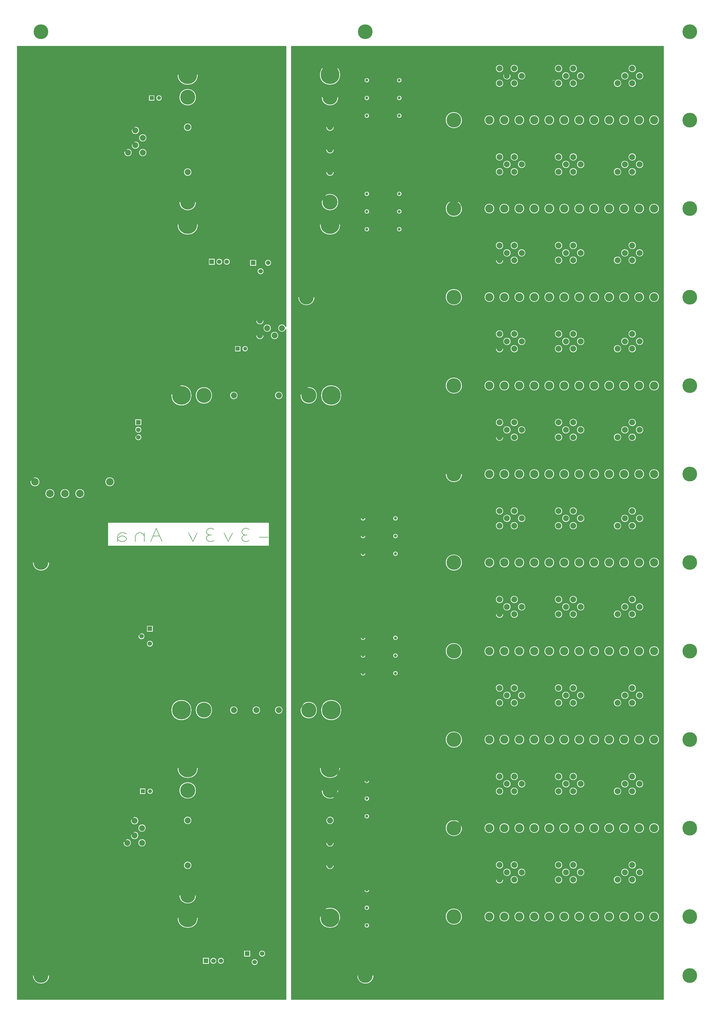
<source format=gbr>
%FSLAX23Y23*%
%MOIN*%
G04 EasyPC Gerber Version 18.0.6 Build 3620 *
%ADD20R,0.05200X0.05200*%
%ADD90R,0.06000X0.06000*%
%ADD16C,0.00500*%
%ADD10C,0.01200*%
%ADD27C,0.04000*%
%ADD21C,0.05200*%
%ADD88C,0.05906*%
%ADD91C,0.06000*%
%ADD23C,0.07874*%
%ADD18C,0.08000*%
%ADD15C,0.10000*%
%ADD96C,0.11000*%
%ADD92C,0.14173*%
%ADD17C,0.19685*%
%ADD19C,0.20000*%
%ADD89C,0.25000*%
X0Y0D02*
D02*
D10*
X3667Y9020D02*
G75*
G02X3561Y9041I-51J22D01*
G01*
G75*
G02X3667Y9063I55*
G01*
Y12801*
X85*
Y85*
X3667*
Y9020*
X285Y400D02*
G75*
G02X514I114D01*
G01*
G75*
G02X285I-114*
G01*
Y5912D02*
G75*
G02X514I114D01*
G01*
G75*
G02X285I-114*
G01*
X318Y7056D02*
G75*
G02Y6924J-66D01*
G01*
G75*
G02Y7056J66*
G01*
X518Y6899D02*
G75*
G02Y6767J-66D01*
G01*
G75*
G02Y6899J66*
G01*
X718D02*
G75*
G02Y6767J-66D01*
G01*
G75*
G02Y6899J66*
G01*
X918D02*
G75*
G02Y6767J-66D01*
G01*
G75*
G02Y6899J66*
G01*
X1318Y7056D02*
G75*
G02Y6924J-66D01*
G01*
G75*
G02Y7056J66*
G01*
X1551Y2116D02*
G75*
G02Y2227J55D01*
G01*
G75*
G02Y2116J-55*
G01*
X1561Y11329D02*
G75*
G02Y11439J55D01*
G01*
G75*
G02Y11329J-55*
G01*
X1650Y2214D02*
G75*
G02Y2325J55D01*
G01*
G75*
G02Y2214J-55*
G01*
Y2411D02*
G75*
G02Y2522J55D01*
G01*
G75*
G02Y2411J-55*
G01*
X1653Y7831D02*
X1745D01*
Y7739*
X1653*
Y7831*
X1660Y11427D02*
G75*
G02Y11538J55D01*
G01*
G75*
G02Y11427J-55*
G01*
Y11624D02*
G75*
G02Y11735J55D01*
G01*
G75*
G02Y11624J-55*
G01*
X1699Y7631D02*
G75*
G02Y7539J-46D01*
G01*
G75*
G02Y7631J46*
G01*
Y7731D02*
G75*
G02Y7639J-46D01*
G01*
G75*
G02Y7731J46*
G01*
X1716Y2818D02*
Y2902D01*
X1800*
Y2818*
X1716*
X1741Y4975D02*
G75*
G02Y4883J-46D01*
G01*
G75*
G02Y4975J46*
G01*
X1748Y2116D02*
G75*
G02Y2227J55D01*
G01*
G75*
G02Y2116J-55*
G01*
Y2313D02*
G75*
G02Y2424J55D01*
G01*
G75*
G02Y2313J-55*
G01*
X1758Y11329D02*
G75*
G02Y11439J55D01*
G01*
G75*
G02Y11329J-55*
G01*
Y11525D02*
G75*
G02Y11636J55D01*
G01*
G75*
G02Y11525J-55*
G01*
X1807Y5075D02*
X1899D01*
Y4983*
X1807*
Y5075*
X1835Y12070D02*
Y12154D01*
X1919*
Y12070*
X1835*
X1853Y4875D02*
G75*
G02Y4783J-46D01*
G01*
G75*
G02Y4875J46*
G01*
X1898Y2860D02*
G75*
G02X1814I-42D01*
G01*
G75*
G02X1898I42*
G01*
X2017Y12112D02*
G75*
G02X1933I-42D01*
G01*
G75*
G02X2017I42*
G01*
X2217Y1171D02*
G75*
G02X2499I141D01*
G01*
G75*
G02X2217I-141*
G01*
Y3171D02*
G75*
G02X2499I141D01*
G01*
G75*
G02X2217I-141*
G01*
Y10423D02*
G75*
G02X2499I141D01*
G01*
G75*
G02X2217I-141*
G01*
Y12423D02*
G75*
G02X2499I141D01*
G01*
G75*
G02X2217I-141*
G01*
X2242Y1471D02*
G75*
G02X2474I116D01*
G01*
G75*
G02X2242I-116*
G01*
Y2871D02*
G75*
G02X2474I116D01*
G01*
G75*
G02X2242I-116*
G01*
Y10723D02*
G75*
G02X2474I116D01*
G01*
G75*
G02X2242I-116*
G01*
Y12123D02*
G75*
G02X2474I116D01*
G01*
G75*
G02X2242I-116*
G01*
X2274Y4084D02*
G75*
G02Y3802J-141D01*
G01*
G75*
G02Y4084J141*
G01*
Y8284D02*
G75*
G02Y8002J-141D01*
G01*
G75*
G02Y8284J141*
G01*
X2302Y1871D02*
G75*
G02X2414I56D01*
G01*
G75*
G02X2302I-56*
G01*
Y2471D02*
G75*
G02X2414I56D01*
G01*
G75*
G02X2302I-56*
G01*
Y11123D02*
G75*
G02X2414I56D01*
G01*
G75*
G02X2302I-56*
G01*
Y11723D02*
G75*
G02X2414I56D01*
G01*
G75*
G02X2302I-56*
G01*
X2555Y551D02*
Y643D01*
X2647*
Y551*
X2555*
X2574Y4059D02*
G75*
G02Y3827J-116D01*
G01*
G75*
G02Y4059J116*
G01*
Y8259D02*
G75*
G02Y8027J-116D01*
G01*
G75*
G02Y8259J116*
G01*
X2634Y9881D02*
Y9973D01*
X2726*
Y9881*
X2634*
X2655Y597D02*
G75*
G02X2747I46D01*
G01*
G75*
G02X2655I-46*
G01*
X2734Y9927D02*
G75*
G02X2826I46D01*
G01*
G75*
G02X2734I-46*
G01*
X2755Y597D02*
G75*
G02X2847I46D01*
G01*
G75*
G02X2755I-46*
G01*
X2834Y9927D02*
G75*
G02X2926I46D01*
G01*
G75*
G02X2834I-46*
G01*
X2974Y3999D02*
G75*
G02Y3887J-56D01*
G01*
G75*
G02Y3999J56*
G01*
Y8199D02*
G75*
G02Y8087J-56D01*
G01*
G75*
G02Y8199J56*
G01*
X2984Y8724D02*
Y8808D01*
X3068*
Y8724*
X2984*
X3106Y646D02*
Y738D01*
X3198*
Y646*
X3106*
X3166Y8766D02*
G75*
G02X3082I-42D01*
G01*
G75*
G02X3166I42*
G01*
X3185Y9866D02*
Y9958D01*
X3277*
Y9866*
X3185*
X3206Y580D02*
G75*
G02X3298I46D01*
G01*
G75*
G02X3206I-46*
G01*
X3266Y8943D02*
G75*
G02X3377I55D01*
G01*
G75*
G02X3266I-55*
G01*
Y9140D02*
G75*
G02X3377I55D01*
G01*
G75*
G02X3266I-55*
G01*
X3274Y3999D02*
G75*
G02Y3887J-56D01*
G01*
G75*
G02Y3999J56*
G01*
X3285Y9800D02*
G75*
G02X3377I46D01*
G01*
G75*
G02X3285I-46*
G01*
X3306Y692D02*
G75*
G02X3398I46D01*
G01*
G75*
G02X3306I-46*
G01*
X3364Y9041D02*
G75*
G02X3475I55D01*
G01*
G75*
G02X3364I-55*
G01*
X3385Y9912D02*
G75*
G02X3477I46D01*
G01*
G75*
G02X3385I-46*
G01*
X3450Y6145D02*
G75*
G02X3434Y6129I-16D01*
G01*
X1303*
G75*
G02X1287Y6145J16*
G01*
Y6434*
G75*
G02X1303Y6450I16*
G01*
X3434*
G75*
G02X3450Y6434J-16*
G01*
Y6145*
X3463Y8943D02*
G75*
G02X3573I55D01*
G01*
G75*
G02X3463I-55*
G01*
X3574Y3999D02*
G75*
G02Y3887J-56D01*
G01*
G75*
G02Y3999J56*
G01*
Y8199D02*
G75*
G02Y8087J-56D01*
G01*
G75*
G02Y8199J56*
G01*
X85Y400D02*
G36*
Y85D01*
X3667*
Y400*
X514*
G75*
G02X285I-114*
G01*
X85*
G37*
X285D02*
G36*
G75*
G02X514I114D01*
G01*
X3667*
Y597*
X3295*
G75*
G02X3298Y580I-43J-17*
G01*
G75*
G02X3206I-46*
G01*
G75*
G02X3210Y597I46J0*
G01*
X2847*
G75*
G02X2755I-46*
G01*
X2747*
G75*
G02X2655I-46*
G01*
X2647*
Y551*
X2555*
Y597*
X85*
Y400*
X285*
G37*
X85Y5912D02*
G36*
Y5029D01*
X1807*
Y5075*
X1899*
Y5029*
X3667*
Y5912*
X514*
G75*
G02X285I-114*
G01*
X85*
G37*
X285D02*
G36*
G75*
G02X514I114D01*
G01*
X3667*
Y6289*
X3450*
Y6145*
G75*
G02X3434Y6129I-16*
G01*
X1303*
G75*
G02X1287Y6145J16*
G01*
Y6289*
X85*
Y5912*
X285*
G37*
X85Y6990D02*
G36*
Y6833D01*
X452*
G75*
G02X518Y6899I66*
G01*
G75*
G02X584Y6833J-66*
G01*
X652*
G75*
G02X718Y6899I66*
G01*
G75*
G02X784Y6833J-66*
G01*
X852*
G75*
G02X918Y6899I66*
G01*
G75*
G02X984Y6833J-66*
G01*
X3667*
Y6990*
X1384*
G75*
G02X1318Y6924I-66*
G01*
G75*
G02X1252Y6990J66*
G01*
X384*
G75*
G02X318Y6924I-66*
G01*
G75*
G02X252Y6990J66*
G01*
X85*
G37*
X252D02*
G36*
G75*
G02X318Y7056I66D01*
G01*
G75*
G02X384Y6990J-66*
G01*
X1252*
G75*
G02X1318Y7056I66*
G01*
G75*
G02X1384Y6990J-66*
G01*
X3667*
Y7585*
X1745*
G75*
G02X1699Y7539I-46*
G01*
G75*
G02X1653Y7585J46*
G01*
X85*
Y6990*
X252*
G37*
X85Y6833D02*
G36*
Y6289D01*
X1287*
Y6434*
G75*
G02X1303Y6450I16*
G01*
X3434*
G75*
G02X3450Y6434J-16*
G01*
Y6289*
X3667*
Y6833*
X984*
G75*
G02X918Y6767I-66*
G01*
G75*
G02X852Y6833J66*
G01*
X784*
G75*
G02X718Y6767I-66*
G01*
G75*
G02X652Y6833J66*
G01*
X584*
G75*
G02X518Y6767I-66*
G01*
G75*
G02X452Y6833J66*
G01*
X85*
G37*
Y2171D02*
G36*
Y1871D01*
X2302*
G75*
G02X2414I56*
G01*
X3667*
Y2171*
X1803*
G75*
G02X1748Y2116I-55*
G01*
G75*
G02X1693Y2171J55*
G01*
X1607*
G75*
G02X1551Y2116I-55*
G01*
G75*
G02X1496Y2171J55*
G01*
X85*
G37*
X1496D02*
G36*
G75*
G02X1551Y2227I55D01*
G01*
G75*
G02X1607Y2171J-55*
G01*
X1693*
G75*
G02X1748Y2227I55*
G01*
G75*
G02X1803Y2171J-55*
G01*
X3667*
Y2270*
X1705*
G75*
G02X1650Y2214I-55*
G01*
G75*
G02X1594Y2270J55*
G01*
X85*
Y2171*
X1496*
G37*
X85Y11384D02*
G36*
Y11123D01*
X2302*
G75*
G02X2414I56*
G01*
X3667*
Y11384*
X1813*
G75*
G02X1758Y11329I-55*
G01*
G75*
G02X1703Y11384J55*
G01*
X1616*
G75*
G02X1561Y11329I-55*
G01*
G75*
G02X1506Y11384J55*
G01*
X85*
G37*
X1506D02*
G36*
G75*
G02X1561Y11439I55D01*
G01*
G75*
G02X1616Y11384J-55*
G01*
X1703*
G75*
G02X1758Y11439I55*
G01*
G75*
G02X1813Y11384J-55*
G01*
X3667*
Y11482*
X1715*
G75*
G02X1660Y11427I-55*
G01*
G75*
G02X1604Y11482J55*
G01*
X85*
Y11384*
X1506*
G37*
X1594Y2270D02*
G36*
G75*
G02X1650Y2325I55D01*
G01*
G75*
G02X1705Y2270J-55*
G01*
X3667*
Y2368*
X1803*
G75*
G02X1748Y2313I-55*
G01*
G75*
G02X1693Y2368J55*
G01*
X85*
Y2270*
X1594*
G37*
X85Y2467D02*
G36*
Y2368D01*
X1693*
G75*
G02X1748Y2424I55*
G01*
G75*
G02X1803Y2368J-55*
G01*
X3667*
Y2467*
X2414*
G75*
G02X2302I-56J5*
G01*
X1705*
G75*
G02X1650Y2411I-55*
G01*
G75*
G02X1594Y2467J55*
G01*
X85*
G37*
X1594D02*
G36*
G75*
G02X1650Y2522I55D01*
G01*
G75*
G02X1705Y2467J-55*
G01*
X2302*
G75*
G02X2302Y2471I56J5*
G01*
G75*
G02X2414I56*
G01*
G75*
G02X2414Y2467I-56J0*
G01*
X3667*
Y2860*
X2473*
G75*
G02X2242I-115J11*
G01*
X1898*
G75*
G02X1814I-42*
G01*
X1800*
Y2818*
X1716*
Y2860*
X85*
Y2467*
X1594*
G37*
X85Y7785D02*
G36*
Y7685D01*
X1653*
G75*
G02X1699Y7731I46*
G01*
G75*
G02X1745Y7685J-46*
G01*
X3667*
Y7785*
X1745*
Y7739*
X1653*
Y7785*
X85*
G37*
X1653D02*
G36*
Y7831D01*
X1745*
Y7785*
X3667*
Y8143*
X3630*
G75*
G02X3574Y8087I-56*
G01*
G75*
G02X3518Y8143J56*
G01*
X3030*
G75*
G02X2974Y8087I-56*
G01*
G75*
G02X2918Y8143J56*
G01*
X2690*
G75*
G02X2574Y8027I-116*
G01*
G75*
G02X2458Y8143J116*
G01*
X2415*
G75*
G02X2274Y8002I-141*
G01*
G75*
G02X2133Y8143J141*
G01*
X85*
Y7785*
X1653*
G37*
X1604Y11482D02*
G36*
G75*
G02X1660Y11538I55D01*
G01*
G75*
G02X1715Y11482J-55*
G01*
X3667*
Y11581*
X1813*
G75*
G02X1758Y11525I-55*
G01*
G75*
G02X1703Y11581J55*
G01*
X85*
Y11482*
X1604*
G37*
X85Y11679D02*
G36*
Y11581D01*
X1703*
G75*
G02X1758Y11636I55*
G01*
G75*
G02X1813Y11581J-55*
G01*
X3667*
Y11679*
X2392*
G75*
G02X2323I-35J44*
G01*
X1715*
G75*
G02X1660Y11624I-55*
G01*
G75*
G02X1604Y11679J55*
G01*
X85*
G37*
X1604D02*
G36*
G75*
G02X1660Y11735I55D01*
G01*
G75*
G02X1715Y11679J-55*
G01*
X2323*
G75*
G02X2302Y11723I35J44*
G01*
G75*
G02X2414I56*
G01*
G75*
G02X2392Y11679I-56*
G01*
X3667*
Y12112*
X2473*
G75*
G02X2242I-115J11*
G01*
X2017*
G75*
G02X1933I-42*
G01*
X1919*
Y12070*
X1835*
Y12112*
X85*
Y11679*
X1604*
G37*
X1653Y7585D02*
G36*
G75*
G02X1699Y7631I46D01*
G01*
G75*
G02X1745Y7585J-46*
G01*
X3667*
Y7685*
X1745*
G75*
G02X1699Y7639I-46*
G01*
G75*
G02X1653Y7685J46*
G01*
X85*
Y7585*
X1653*
G37*
X1716Y2860D02*
G36*
Y2902D01*
X1800*
Y2860*
X1814*
G75*
G02X1898I42*
G01*
X2242*
G75*
G02X2242Y2871I115J11*
G01*
G75*
G02X2474I116*
G01*
G75*
G02X2473Y2860I-116J0*
G01*
X3667*
Y3171*
X2499*
G75*
G02X2217I-141*
G01*
X85*
Y2860*
X1716*
G37*
X85Y4929D02*
G36*
Y4829D01*
X1807*
G75*
G02X1853Y4875I46*
G01*
G75*
G02X1899Y4829J-46*
G01*
X3667*
Y4929*
X1787*
G75*
G02X1741Y4883I-46*
G01*
G75*
G02X1695Y4929J46*
G01*
X85*
G37*
X1695D02*
G36*
G75*
G02X1741Y4975I46D01*
G01*
G75*
G02X1787Y4929J-46*
G01*
X3667*
Y5029*
X1899*
Y4983*
X1807*
Y5029*
X85*
Y4929*
X1695*
G37*
X1835Y12112D02*
G36*
Y12154D01*
X1919*
Y12112*
X1933*
G75*
G02X2017I42*
G01*
X2242*
G75*
G02X2242Y12123I115J11*
G01*
G75*
G02X2474I116*
G01*
G75*
G02X2473Y12112I-116J0*
G01*
X3667*
Y12423*
X2499*
G75*
G02X2217I-141*
G01*
X85*
Y12112*
X1835*
G37*
X85Y4829D02*
G36*
Y3943D01*
X2133*
G75*
G02X2274Y4084I141*
G01*
G75*
G02X2415Y3943J-141*
G01*
X2458*
G75*
G02X2574Y4059I116*
G01*
G75*
G02X2690Y3943J-116*
G01*
X2918*
G75*
G02X2974Y3999I56*
G01*
G75*
G02X3030Y3943J-56*
G01*
X3218*
G75*
G02X3274Y3999I56*
G01*
G75*
G02X3330Y3943J-56*
G01*
X3518*
G75*
G02X3574Y3999I56*
G01*
G75*
G02X3630Y3943J-56*
G01*
X3667*
Y4829*
X1899*
G75*
G02X1853Y4783I-46*
G01*
G75*
G02X1807Y4829J46*
G01*
X85*
G37*
Y1171D02*
G36*
Y692D01*
X3106*
Y738*
X3198*
Y692*
X3306*
G75*
G02X3398I46*
G01*
X3667*
Y1171*
X2499*
G75*
G02X2217I-141*
G01*
X85*
G37*
X2217D02*
G36*
G75*
G02X2499I141D01*
G01*
X3667*
Y1471*
X2474*
G75*
G02X2242I-116*
G01*
X85*
Y1171*
X2217*
G37*
Y3171D02*
G36*
G75*
G02X2499I141D01*
G01*
X3667*
Y3943*
X3630*
G75*
G02X3574Y3887I-56*
G01*
G75*
G02X3518Y3943J56*
G01*
X3330*
G75*
G02X3274Y3887I-56*
G01*
G75*
G02X3218Y3943J56*
G01*
X3030*
G75*
G02X2974Y3887I-56*
G01*
G75*
G02X2918Y3943J56*
G01*
X2690*
G75*
G02X2574Y3827I-116*
G01*
G75*
G02X2458Y3943J116*
G01*
X2415*
G75*
G02X2274Y3802I-141*
G01*
G75*
G02X2133Y3943J141*
G01*
X85*
Y3171*
X2217*
G37*
X85Y10423D02*
G36*
Y9927D01*
X2634*
Y9973*
X2726*
Y9927*
X2734*
G75*
G02X2826I46*
G01*
X2834*
G75*
G02X2926I46*
G01*
X3185*
Y9958*
X3277*
Y9927*
X3388*
G75*
G02X3475I43J-15*
G01*
X3667*
Y10423*
X2499*
G75*
G02X2217I-141*
G01*
X85*
G37*
X2217D02*
G36*
G75*
G02X2499I141D01*
G01*
X3667*
Y10723*
X2474*
G75*
G02X2242I-116*
G01*
X85*
Y10423*
X2217*
G37*
Y12423D02*
G36*
G75*
G02X2499I141D01*
G01*
X3667*
Y12801*
X85*
Y12423*
X2217*
G37*
X2242Y1471D02*
G36*
G75*
G02X2474I116D01*
G01*
X3667*
Y1871*
X2414*
G75*
G02X2302I-56*
G01*
X85*
Y1471*
X2242*
G37*
Y10723D02*
G36*
G75*
G02X2474I116D01*
G01*
X3667*
Y11123*
X2414*
G75*
G02X2302I-56*
G01*
X85*
Y10723*
X2242*
G37*
X2133Y8143D02*
G36*
G75*
G02X2274Y8284I141D01*
G01*
G75*
G02X2415Y8143J-141*
G01*
X2458*
G75*
G02X2574Y8259I116*
G01*
G75*
G02X2690Y8143J-116*
G01*
X2918*
G75*
G02X2974Y8199I56*
G01*
G75*
G02X3030Y8143J-56*
G01*
X3518*
G75*
G02X3574Y8199I56*
G01*
G75*
G02X3630Y8143J-56*
G01*
X3667*
Y8766*
X3166*
G75*
G02X3082I-42*
G01*
X3068*
Y8724*
X2984*
Y8766*
X85*
Y8143*
X2133*
G37*
X2555Y597D02*
G36*
Y643D01*
X2647*
Y597*
X2655*
G75*
G02X2747I46*
G01*
X2755*
G75*
G02X2847I46*
G01*
X3210*
G75*
G02X3295I43J-17*
G01*
X3667*
Y692*
X3398*
G75*
G02X3306I-46*
G01*
X3198*
Y646*
X3106*
Y692*
X85*
Y597*
X2555*
G37*
X85Y9927D02*
G36*
Y9800D01*
X3285*
G75*
G02X3377I46*
G01*
X3667*
Y9927*
X3475*
G75*
G02X3477Y9912I-43J-15*
G01*
G75*
G02X3385I-46*
G01*
G75*
G02X3388Y9927I46J0*
G01*
X3277*
Y9866*
X3185*
Y9927*
X2926*
G75*
G02X2834I-46*
G01*
X2826*
G75*
G02X2734I-46*
G01*
X2726*
Y9881*
X2634*
Y9927*
X85*
G37*
X2984Y8766D02*
G36*
Y8808D01*
X3068*
Y8766*
X3082*
G75*
G02X3166I42*
G01*
X3667*
Y8943*
X3573*
G75*
G02X3463I-55*
G01*
X3377*
G75*
G02X3266I-55*
G01*
X85*
Y8766*
X2984*
G37*
X3266Y8943D02*
G36*
G75*
G02X3377I55D01*
G01*
X3463*
G75*
G02X3573I55*
G01*
X3667*
Y9020*
G75*
G02X3561Y9041I-51J22*
G01*
X3475*
G75*
G02X3364I-55*
G01*
X85*
Y8943*
X3266*
G37*
X85Y9140D02*
G36*
Y9041D01*
X3364*
G75*
G02X3475I55*
G01*
X3561*
G75*
G02X3667Y9063I55*
G01*
Y9140*
X3377*
G75*
G02X3266I-55*
G01*
X85*
G37*
X3266D02*
G36*
G75*
G02X3377I55D01*
G01*
X3667*
Y9800*
X3377*
G75*
G02X3285I-46*
G01*
X85*
Y9140*
X3266*
G37*
X8707Y12801D02*
X3746D01*
Y85*
X8707*
Y12801*
X3829Y9455D02*
G75*
G02X4057I114D01*
G01*
G75*
G02X3829I-114*
G01*
X3974Y4059D02*
G75*
G02Y3827J-116D01*
G01*
G75*
G02Y4059J116*
G01*
Y8259D02*
G75*
G02Y8027J-116D01*
G01*
G75*
G02Y8259J116*
G01*
X4117Y1171D02*
G75*
G02X4399I141D01*
G01*
G75*
G02X4117I-141*
G01*
Y3171D02*
G75*
G02X4399I141D01*
G01*
G75*
G02X4117I-141*
G01*
Y10423D02*
G75*
G02X4399I141D01*
G01*
G75*
G02X4117I-141*
G01*
Y12423D02*
G75*
G02X4399I141D01*
G01*
G75*
G02X4117I-141*
G01*
X4142Y2871D02*
G75*
G02X4374I116D01*
G01*
G75*
G02X4142I-116*
G01*
Y10723D02*
G75*
G02X4374I116D01*
G01*
G75*
G02X4142I-116*
G01*
Y12123D02*
G75*
G02X4374I116D01*
G01*
G75*
G02X4142I-116*
G01*
X4202Y1871D02*
G75*
G02X4314I56D01*
G01*
G75*
G02X4202I-56*
G01*
Y2171D02*
G75*
G02X4314I56D01*
G01*
G75*
G02X4202I-56*
G01*
Y2471D02*
G75*
G02X4314I56D01*
G01*
G75*
G02X4202I-56*
G01*
Y11123D02*
G75*
G02X4314I56D01*
G01*
G75*
G02X4202I-56*
G01*
Y11423D02*
G75*
G02X4314I56D01*
G01*
G75*
G02X4202I-56*
G01*
Y11723D02*
G75*
G02X4314I56D01*
G01*
G75*
G02X4202I-56*
G01*
X4274Y4084D02*
G75*
G02Y3802J-141D01*
G01*
G75*
G02Y4084J141*
G01*
Y8284D02*
G75*
G02Y8002J-141D01*
G01*
G75*
G02Y8284J141*
G01*
X4616Y400D02*
G75*
G02X4845I114D01*
G01*
G75*
G02X4616I-114*
G01*
X4663Y4435D02*
G75*
G02X4735I36D01*
G01*
G75*
G02X4663I-36*
G01*
Y4671D02*
G75*
G02X4735I36D01*
G01*
G75*
G02X4663I-36*
G01*
Y4908D02*
G75*
G02X4735I36D01*
G01*
G75*
G02X4663I-36*
G01*
Y6030D02*
G75*
G02X4735I36D01*
G01*
G75*
G02X4663I-36*
G01*
Y6266D02*
G75*
G02X4735I36D01*
G01*
G75*
G02X4663I-36*
G01*
Y6502D02*
G75*
G02X4735I36D01*
G01*
G75*
G02X4663I-36*
G01*
X4714Y1069D02*
G75*
G02X4786I36D01*
G01*
G75*
G02X4714I-36*
G01*
Y1305D02*
G75*
G02X4786I36D01*
G01*
G75*
G02X4714I-36*
G01*
Y1541D02*
G75*
G02X4786I36D01*
G01*
G75*
G02X4714I-36*
G01*
Y2526D02*
G75*
G02X4786I36D01*
G01*
G75*
G02X4714I-36*
G01*
Y2762D02*
G75*
G02X4786I36D01*
G01*
G75*
G02X4714I-36*
G01*
Y2998D02*
G75*
G02X4786I36D01*
G01*
G75*
G02X4714I-36*
G01*
Y10360D02*
G75*
G02X4786I36D01*
G01*
G75*
G02X4714I-36*
G01*
Y10597D02*
G75*
G02X4786I36D01*
G01*
G75*
G02X4714I-36*
G01*
Y10833D02*
G75*
G02X4786I36D01*
G01*
G75*
G02X4714I-36*
G01*
Y11876D02*
G75*
G02X4786I36D01*
G01*
G75*
G02X4714I-36*
G01*
Y12112D02*
G75*
G02X4786I36D01*
G01*
G75*
G02X4714I-36*
G01*
Y12349D02*
G75*
G02X4786I36D01*
G01*
G75*
G02X4714I-36*
G01*
X5096Y4435D02*
G75*
G02X5168I36D01*
G01*
G75*
G02X5096I-36*
G01*
Y4671D02*
G75*
G02X5168I36D01*
G01*
G75*
G02X5096I-36*
G01*
Y4908D02*
G75*
G02X5168I36D01*
G01*
G75*
G02X5096I-36*
G01*
Y6030D02*
G75*
G02X5168I36D01*
G01*
G75*
G02X5096I-36*
G01*
Y6266D02*
G75*
G02X5168I36D01*
G01*
G75*
G02X5096I-36*
G01*
Y6502D02*
G75*
G02X5168I36D01*
G01*
G75*
G02X5096I-36*
G01*
X5147Y10360D02*
G75*
G02X5219I36D01*
G01*
G75*
G02X5147I-36*
G01*
Y10597D02*
G75*
G02X5219I36D01*
G01*
G75*
G02X5147I-36*
G01*
Y10833D02*
G75*
G02X5219I36D01*
G01*
G75*
G02X5147I-36*
G01*
Y11876D02*
G75*
G02X5219I36D01*
G01*
G75*
G02X5147I-36*
G01*
Y12112D02*
G75*
G02X5219I36D01*
G01*
G75*
G02X5147I-36*
G01*
Y12349D02*
G75*
G02X5219I36D01*
G01*
G75*
G02X5147I-36*
G01*
X5797Y1187D02*
G75*
G02X6026I114D01*
G01*
G75*
G02X5797I-114*
G01*
Y2368D02*
G75*
G02X6026I114D01*
G01*
G75*
G02X5797I-114*
G01*
Y3549D02*
G75*
G02X6026I114D01*
G01*
G75*
G02X5797I-114*
G01*
Y4730D02*
G75*
G02X6026I114D01*
G01*
G75*
G02X5797I-114*
G01*
Y5912D02*
G75*
G02X6026I114D01*
G01*
G75*
G02X5797I-114*
G01*
Y7093D02*
G75*
G02X6026I114D01*
G01*
G75*
G02X5797I-114*
G01*
Y8274D02*
G75*
G02X6026I114D01*
G01*
G75*
G02X5797I-114*
G01*
Y9455D02*
G75*
G02X6026I114D01*
G01*
G75*
G02X5797I-114*
G01*
Y10636D02*
G75*
G02X6026I114D01*
G01*
G75*
G02X5797I-114*
G01*
Y11817D02*
G75*
G02X6026I114D01*
G01*
G75*
G02X5797I-114*
G01*
X6386Y1116D02*
G75*
G02Y1258J71D01*
G01*
G75*
G02Y1116J-71*
G01*
Y2297D02*
G75*
G02Y2439J71D01*
G01*
G75*
G02Y2297J-71*
G01*
Y3478D02*
G75*
G02Y3620J71D01*
G01*
G75*
G02Y3478J-71*
G01*
Y4659D02*
G75*
G02Y4801J71D01*
G01*
G75*
G02Y4659J-71*
G01*
Y5841D02*
G75*
G02Y5983J71D01*
G01*
G75*
G02Y5841J-71*
G01*
Y7022D02*
G75*
G02Y7164J71D01*
G01*
G75*
G02Y7022J-71*
G01*
Y8203D02*
G75*
G02Y8345J71D01*
G01*
G75*
G02Y8203J-71*
G01*
Y9384D02*
G75*
G02Y9526J71D01*
G01*
G75*
G02Y9384J-71*
G01*
Y10565D02*
G75*
G02Y10707J71D01*
G01*
G75*
G02Y10565J-71*
G01*
Y11746D02*
G75*
G02Y11888J71D01*
G01*
G75*
G02Y11746J-71*
G01*
X6466Y1679D02*
G75*
G02X6577I55D01*
G01*
G75*
G02X6466I-55*
G01*
Y1876D02*
G75*
G02X6577I55D01*
G01*
G75*
G02X6466I-55*
G01*
Y2860D02*
G75*
G02X6577I55D01*
G01*
G75*
G02X6466I-55*
G01*
Y3057D02*
G75*
G02X6577I55D01*
G01*
G75*
G02X6466I-55*
G01*
Y4041D02*
G75*
G02X6577I55D01*
G01*
G75*
G02X6466I-55*
G01*
Y4238D02*
G75*
G02X6577I55D01*
G01*
G75*
G02X6466I-55*
G01*
Y5223D02*
G75*
G02X6577I55D01*
G01*
G75*
G02X6466I-55*
G01*
Y5419D02*
G75*
G02X6577I55D01*
G01*
G75*
G02X6466I-55*
G01*
Y6404D02*
G75*
G02X6577I55D01*
G01*
G75*
G02X6466I-55*
G01*
Y6600D02*
G75*
G02X6577I55D01*
G01*
G75*
G02X6466I-55*
G01*
Y7585D02*
G75*
G02X6577I55D01*
G01*
G75*
G02X6466I-55*
G01*
Y7782D02*
G75*
G02X6577I55D01*
G01*
G75*
G02X6466I-55*
G01*
Y8766D02*
G75*
G02X6577I55D01*
G01*
G75*
G02X6466I-55*
G01*
Y8963D02*
G75*
G02X6577I55D01*
G01*
G75*
G02X6466I-55*
G01*
Y9947D02*
G75*
G02X6577I55D01*
G01*
G75*
G02X6466I-55*
G01*
Y10144D02*
G75*
G02X6577I55D01*
G01*
G75*
G02X6466I-55*
G01*
Y11128D02*
G75*
G02X6577I55D01*
G01*
G75*
G02X6466I-55*
G01*
Y11325D02*
G75*
G02X6577I55D01*
G01*
G75*
G02X6466I-55*
G01*
Y12309D02*
G75*
G02X6577I55D01*
G01*
G75*
G02X6466I-55*
G01*
Y12506D02*
G75*
G02X6577I55D01*
G01*
G75*
G02X6466I-55*
G01*
X6565Y1778D02*
G75*
G02X6676I55D01*
G01*
G75*
G02X6565I-55*
G01*
Y2959D02*
G75*
G02X6676I55D01*
G01*
G75*
G02X6565I-55*
G01*
Y4140D02*
G75*
G02X6676I55D01*
G01*
G75*
G02X6565I-55*
G01*
Y5321D02*
G75*
G02X6676I55D01*
G01*
G75*
G02X6565I-55*
G01*
Y6502D02*
G75*
G02X6676I55D01*
G01*
G75*
G02X6565I-55*
G01*
Y7683D02*
G75*
G02X6676I55D01*
G01*
G75*
G02X6565I-55*
G01*
Y8864D02*
G75*
G02X6676I55D01*
G01*
G75*
G02X6565I-55*
G01*
Y10045D02*
G75*
G02X6676I55D01*
G01*
G75*
G02X6565I-55*
G01*
Y11226D02*
G75*
G02X6676I55D01*
G01*
G75*
G02X6565I-55*
G01*
Y12408D02*
G75*
G02X6676I55D01*
G01*
G75*
G02X6565I-55*
G01*
X6586Y1116D02*
G75*
G02Y1258J71D01*
G01*
G75*
G02Y1116J-71*
G01*
Y2297D02*
G75*
G02Y2439J71D01*
G01*
G75*
G02Y2297J-71*
G01*
Y3478D02*
G75*
G02Y3620J71D01*
G01*
G75*
G02Y3478J-71*
G01*
Y4659D02*
G75*
G02Y4801J71D01*
G01*
G75*
G02Y4659J-71*
G01*
Y5841D02*
G75*
G02Y5983J71D01*
G01*
G75*
G02Y5841J-71*
G01*
Y7022D02*
G75*
G02Y7164J71D01*
G01*
G75*
G02Y7022J-71*
G01*
Y8203D02*
G75*
G02Y8345J71D01*
G01*
G75*
G02Y8203J-71*
G01*
Y9384D02*
G75*
G02Y9526J71D01*
G01*
G75*
G02Y9384J-71*
G01*
Y10565D02*
G75*
G02Y10707J71D01*
G01*
G75*
G02Y10565J-71*
G01*
Y11746D02*
G75*
G02Y11888J71D01*
G01*
G75*
G02Y11746J-71*
G01*
X6663Y1679D02*
G75*
G02X6774I55D01*
G01*
G75*
G02X6663I-55*
G01*
Y1876D02*
G75*
G02X6774I55D01*
G01*
G75*
G02X6663I-55*
G01*
Y2860D02*
G75*
G02X6774I55D01*
G01*
G75*
G02X6663I-55*
G01*
Y3057D02*
G75*
G02X6774I55D01*
G01*
G75*
G02X6663I-55*
G01*
Y4041D02*
G75*
G02X6774I55D01*
G01*
G75*
G02X6663I-55*
G01*
Y4238D02*
G75*
G02X6774I55D01*
G01*
G75*
G02X6663I-55*
G01*
Y5223D02*
G75*
G02X6774I55D01*
G01*
G75*
G02X6663I-55*
G01*
Y5419D02*
G75*
G02X6774I55D01*
G01*
G75*
G02X6663I-55*
G01*
Y6404D02*
G75*
G02X6774I55D01*
G01*
G75*
G02X6663I-55*
G01*
Y6600D02*
G75*
G02X6774I55D01*
G01*
G75*
G02X6663I-55*
G01*
Y7585D02*
G75*
G02X6774I55D01*
G01*
G75*
G02X6663I-55*
G01*
Y7782D02*
G75*
G02X6774I55D01*
G01*
G75*
G02X6663I-55*
G01*
Y8766D02*
G75*
G02X6774I55D01*
G01*
G75*
G02X6663I-55*
G01*
Y8963D02*
G75*
G02X6774I55D01*
G01*
G75*
G02X6663I-55*
G01*
Y9947D02*
G75*
G02X6774I55D01*
G01*
G75*
G02X6663I-55*
G01*
Y10144D02*
G75*
G02X6774I55D01*
G01*
G75*
G02X6663I-55*
G01*
Y11128D02*
G75*
G02X6774I55D01*
G01*
G75*
G02X6663I-55*
G01*
Y11325D02*
G75*
G02X6774I55D01*
G01*
G75*
G02X6663I-55*
G01*
Y12309D02*
G75*
G02X6774I55D01*
G01*
G75*
G02X6663I-55*
G01*
Y12506D02*
G75*
G02X6774I55D01*
G01*
G75*
G02X6663I-55*
G01*
X6762Y1778D02*
G75*
G02X6872I55D01*
G01*
G75*
G02X6762I-55*
G01*
Y2959D02*
G75*
G02X6872I55D01*
G01*
G75*
G02X6762I-55*
G01*
Y4140D02*
G75*
G02X6872I55D01*
G01*
G75*
G02X6762I-55*
G01*
Y5321D02*
G75*
G02X6872I55D01*
G01*
G75*
G02X6762I-55*
G01*
Y6502D02*
G75*
G02X6872I55D01*
G01*
G75*
G02X6762I-55*
G01*
Y7683D02*
G75*
G02X6872I55D01*
G01*
G75*
G02X6762I-55*
G01*
Y8864D02*
G75*
G02X6872I55D01*
G01*
G75*
G02X6762I-55*
G01*
Y10045D02*
G75*
G02X6872I55D01*
G01*
G75*
G02X6762I-55*
G01*
Y11226D02*
G75*
G02X6872I55D01*
G01*
G75*
G02X6762I-55*
G01*
Y12408D02*
G75*
G02X6872I55D01*
G01*
G75*
G02X6762I-55*
G01*
X6786Y1116D02*
G75*
G02Y1258J71D01*
G01*
G75*
G02Y1116J-71*
G01*
Y2297D02*
G75*
G02Y2439J71D01*
G01*
G75*
G02Y2297J-71*
G01*
Y3478D02*
G75*
G02Y3620J71D01*
G01*
G75*
G02Y3478J-71*
G01*
Y4659D02*
G75*
G02Y4801J71D01*
G01*
G75*
G02Y4659J-71*
G01*
Y5841D02*
G75*
G02Y5983J71D01*
G01*
G75*
G02Y5841J-71*
G01*
Y7022D02*
G75*
G02Y7164J71D01*
G01*
G75*
G02Y7022J-71*
G01*
Y8203D02*
G75*
G02Y8345J71D01*
G01*
G75*
G02Y8203J-71*
G01*
Y9384D02*
G75*
G02Y9526J71D01*
G01*
G75*
G02Y9384J-71*
G01*
Y10565D02*
G75*
G02Y10707J71D01*
G01*
G75*
G02Y10565J-71*
G01*
Y11746D02*
G75*
G02Y11888J71D01*
G01*
G75*
G02Y11746J-71*
G01*
X6986Y1116D02*
G75*
G02Y1258J71D01*
G01*
G75*
G02Y1116J-71*
G01*
Y2297D02*
G75*
G02Y2439J71D01*
G01*
G75*
G02Y2297J-71*
G01*
Y3478D02*
G75*
G02Y3620J71D01*
G01*
G75*
G02Y3478J-71*
G01*
Y4659D02*
G75*
G02Y4801J71D01*
G01*
G75*
G02Y4659J-71*
G01*
Y5841D02*
G75*
G02Y5983J71D01*
G01*
G75*
G02Y5841J-71*
G01*
Y7022D02*
G75*
G02Y7164J71D01*
G01*
G75*
G02Y7022J-71*
G01*
Y8203D02*
G75*
G02Y8345J71D01*
G01*
G75*
G02Y8203J-71*
G01*
Y9384D02*
G75*
G02Y9526J71D01*
G01*
G75*
G02Y9384J-71*
G01*
Y10565D02*
G75*
G02Y10707J71D01*
G01*
G75*
G02Y10565J-71*
G01*
Y11746D02*
G75*
G02Y11888J71D01*
G01*
G75*
G02Y11746J-71*
G01*
X7186Y1116D02*
G75*
G02Y1258J71D01*
G01*
G75*
G02Y1116J-71*
G01*
Y2297D02*
G75*
G02Y2439J71D01*
G01*
G75*
G02Y2297J-71*
G01*
Y3478D02*
G75*
G02Y3620J71D01*
G01*
G75*
G02Y3478J-71*
G01*
Y4659D02*
G75*
G02Y4801J71D01*
G01*
G75*
G02Y4659J-71*
G01*
Y5841D02*
G75*
G02Y5983J71D01*
G01*
G75*
G02Y5841J-71*
G01*
Y7022D02*
G75*
G02Y7164J71D01*
G01*
G75*
G02Y7022J-71*
G01*
Y8203D02*
G75*
G02Y8345J71D01*
G01*
G75*
G02Y8203J-71*
G01*
Y9384D02*
G75*
G02Y9526J71D01*
G01*
G75*
G02Y9384J-71*
G01*
Y10565D02*
G75*
G02Y10707J71D01*
G01*
G75*
G02Y10565J-71*
G01*
Y11746D02*
G75*
G02Y11888J71D01*
G01*
G75*
G02Y11746J-71*
G01*
X7254Y1679D02*
G75*
G02X7365I55D01*
G01*
G75*
G02X7254I-55*
G01*
Y1876D02*
G75*
G02X7365I55D01*
G01*
G75*
G02X7254I-55*
G01*
Y2860D02*
G75*
G02X7365I55D01*
G01*
G75*
G02X7254I-55*
G01*
Y3057D02*
G75*
G02X7365I55D01*
G01*
G75*
G02X7254I-55*
G01*
Y4041D02*
G75*
G02X7365I55D01*
G01*
G75*
G02X7254I-55*
G01*
Y4238D02*
G75*
G02X7365I55D01*
G01*
G75*
G02X7254I-55*
G01*
Y5223D02*
G75*
G02X7365I55D01*
G01*
G75*
G02X7254I-55*
G01*
Y5419D02*
G75*
G02X7365I55D01*
G01*
G75*
G02X7254I-55*
G01*
Y6404D02*
G75*
G02X7365I55D01*
G01*
G75*
G02X7254I-55*
G01*
Y6600D02*
G75*
G02X7365I55D01*
G01*
G75*
G02X7254I-55*
G01*
Y7585D02*
G75*
G02X7365I55D01*
G01*
G75*
G02X7254I-55*
G01*
Y7782D02*
G75*
G02X7365I55D01*
G01*
G75*
G02X7254I-55*
G01*
Y8766D02*
G75*
G02X7365I55D01*
G01*
G75*
G02X7254I-55*
G01*
Y8963D02*
G75*
G02X7365I55D01*
G01*
G75*
G02X7254I-55*
G01*
Y9947D02*
G75*
G02X7365I55D01*
G01*
G75*
G02X7254I-55*
G01*
Y10144D02*
G75*
G02X7365I55D01*
G01*
G75*
G02X7254I-55*
G01*
Y11128D02*
G75*
G02X7365I55D01*
G01*
G75*
G02X7254I-55*
G01*
Y11325D02*
G75*
G02X7365I55D01*
G01*
G75*
G02X7254I-55*
G01*
Y12309D02*
G75*
G02X7365I55D01*
G01*
G75*
G02X7254I-55*
G01*
Y12506D02*
G75*
G02X7365I55D01*
G01*
G75*
G02X7254I-55*
G01*
X7352Y1778D02*
G75*
G02X7463I55D01*
G01*
G75*
G02X7352I-55*
G01*
Y2959D02*
G75*
G02X7463I55D01*
G01*
G75*
G02X7352I-55*
G01*
Y4140D02*
G75*
G02X7463I55D01*
G01*
G75*
G02X7352I-55*
G01*
Y5321D02*
G75*
G02X7463I55D01*
G01*
G75*
G02X7352I-55*
G01*
Y6502D02*
G75*
G02X7463I55D01*
G01*
G75*
G02X7352I-55*
G01*
Y7683D02*
G75*
G02X7463I55D01*
G01*
G75*
G02X7352I-55*
G01*
Y8864D02*
G75*
G02X7463I55D01*
G01*
G75*
G02X7352I-55*
G01*
Y10045D02*
G75*
G02X7463I55D01*
G01*
G75*
G02X7352I-55*
G01*
Y11226D02*
G75*
G02X7463I55D01*
G01*
G75*
G02X7352I-55*
G01*
Y12408D02*
G75*
G02X7463I55D01*
G01*
G75*
G02X7352I-55*
G01*
X7386Y1116D02*
G75*
G02Y1258J71D01*
G01*
G75*
G02Y1116J-71*
G01*
Y2297D02*
G75*
G02Y2439J71D01*
G01*
G75*
G02Y2297J-71*
G01*
Y3478D02*
G75*
G02Y3620J71D01*
G01*
G75*
G02Y3478J-71*
G01*
Y4659D02*
G75*
G02Y4801J71D01*
G01*
G75*
G02Y4659J-71*
G01*
Y5841D02*
G75*
G02Y5983J71D01*
G01*
G75*
G02Y5841J-71*
G01*
Y7022D02*
G75*
G02Y7164J71D01*
G01*
G75*
G02Y7022J-71*
G01*
Y8203D02*
G75*
G02Y8345J71D01*
G01*
G75*
G02Y8203J-71*
G01*
Y9384D02*
G75*
G02Y9526J71D01*
G01*
G75*
G02Y9384J-71*
G01*
Y10565D02*
G75*
G02Y10707J71D01*
G01*
G75*
G02Y10565J-71*
G01*
Y11746D02*
G75*
G02Y11888J71D01*
G01*
G75*
G02Y11746J-71*
G01*
X7451Y1679D02*
G75*
G02X7561I55D01*
G01*
G75*
G02X7451I-55*
G01*
Y1876D02*
G75*
G02X7561I55D01*
G01*
G75*
G02X7451I-55*
G01*
Y2860D02*
G75*
G02X7561I55D01*
G01*
G75*
G02X7451I-55*
G01*
Y3057D02*
G75*
G02X7561I55D01*
G01*
G75*
G02X7451I-55*
G01*
Y4041D02*
G75*
G02X7561I55D01*
G01*
G75*
G02X7451I-55*
G01*
Y4238D02*
G75*
G02X7561I55D01*
G01*
G75*
G02X7451I-55*
G01*
Y5223D02*
G75*
G02X7561I55D01*
G01*
G75*
G02X7451I-55*
G01*
Y5419D02*
G75*
G02X7561I55D01*
G01*
G75*
G02X7451I-55*
G01*
Y6404D02*
G75*
G02X7561I55D01*
G01*
G75*
G02X7451I-55*
G01*
Y6600D02*
G75*
G02X7561I55D01*
G01*
G75*
G02X7451I-55*
G01*
Y7585D02*
G75*
G02X7561I55D01*
G01*
G75*
G02X7451I-55*
G01*
Y7782D02*
G75*
G02X7561I55D01*
G01*
G75*
G02X7451I-55*
G01*
Y8766D02*
G75*
G02X7561I55D01*
G01*
G75*
G02X7451I-55*
G01*
Y8963D02*
G75*
G02X7561I55D01*
G01*
G75*
G02X7451I-55*
G01*
Y9947D02*
G75*
G02X7561I55D01*
G01*
G75*
G02X7451I-55*
G01*
Y10144D02*
G75*
G02X7561I55D01*
G01*
G75*
G02X7451I-55*
G01*
Y11128D02*
G75*
G02X7561I55D01*
G01*
G75*
G02X7451I-55*
G01*
Y11325D02*
G75*
G02X7561I55D01*
G01*
G75*
G02X7451I-55*
G01*
Y12309D02*
G75*
G02X7561I55D01*
G01*
G75*
G02X7451I-55*
G01*
Y12506D02*
G75*
G02X7561I55D01*
G01*
G75*
G02X7451I-55*
G01*
X7549Y1778D02*
G75*
G02X7660I55D01*
G01*
G75*
G02X7549I-55*
G01*
Y2959D02*
G75*
G02X7660I55D01*
G01*
G75*
G02X7549I-55*
G01*
Y4140D02*
G75*
G02X7660I55D01*
G01*
G75*
G02X7549I-55*
G01*
Y5321D02*
G75*
G02X7660I55D01*
G01*
G75*
G02X7549I-55*
G01*
Y6502D02*
G75*
G02X7660I55D01*
G01*
G75*
G02X7549I-55*
G01*
Y7683D02*
G75*
G02X7660I55D01*
G01*
G75*
G02X7549I-55*
G01*
Y8864D02*
G75*
G02X7660I55D01*
G01*
G75*
G02X7549I-55*
G01*
Y10045D02*
G75*
G02X7660I55D01*
G01*
G75*
G02X7549I-55*
G01*
Y11226D02*
G75*
G02X7660I55D01*
G01*
G75*
G02X7549I-55*
G01*
Y12408D02*
G75*
G02X7660I55D01*
G01*
G75*
G02X7549I-55*
G01*
X7586Y1116D02*
G75*
G02Y1258J71D01*
G01*
G75*
G02Y1116J-71*
G01*
Y2297D02*
G75*
G02Y2439J71D01*
G01*
G75*
G02Y2297J-71*
G01*
Y3478D02*
G75*
G02Y3620J71D01*
G01*
G75*
G02Y3478J-71*
G01*
Y4659D02*
G75*
G02Y4801J71D01*
G01*
G75*
G02Y4659J-71*
G01*
Y5841D02*
G75*
G02Y5983J71D01*
G01*
G75*
G02Y5841J-71*
G01*
Y7022D02*
G75*
G02Y7164J71D01*
G01*
G75*
G02Y7022J-71*
G01*
Y8203D02*
G75*
G02Y8345J71D01*
G01*
G75*
G02Y8203J-71*
G01*
Y9384D02*
G75*
G02Y9526J71D01*
G01*
G75*
G02Y9384J-71*
G01*
Y10565D02*
G75*
G02Y10707J71D01*
G01*
G75*
G02Y10565J-71*
G01*
Y11746D02*
G75*
G02Y11888J71D01*
G01*
G75*
G02Y11746J-71*
G01*
X7786Y1116D02*
G75*
G02Y1258J71D01*
G01*
G75*
G02Y1116J-71*
G01*
Y2297D02*
G75*
G02Y2439J71D01*
G01*
G75*
G02Y2297J-71*
G01*
Y3478D02*
G75*
G02Y3620J71D01*
G01*
G75*
G02Y3478J-71*
G01*
Y4659D02*
G75*
G02Y4801J71D01*
G01*
G75*
G02Y4659J-71*
G01*
Y5841D02*
G75*
G02Y5983J71D01*
G01*
G75*
G02Y5841J-71*
G01*
Y7022D02*
G75*
G02Y7164J71D01*
G01*
G75*
G02Y7022J-71*
G01*
Y8203D02*
G75*
G02Y8345J71D01*
G01*
G75*
G02Y8203J-71*
G01*
Y9384D02*
G75*
G02Y9526J71D01*
G01*
G75*
G02Y9384J-71*
G01*
Y10565D02*
G75*
G02Y10707J71D01*
G01*
G75*
G02Y10565J-71*
G01*
Y11746D02*
G75*
G02Y11888J71D01*
G01*
G75*
G02Y11746J-71*
G01*
X7986Y1116D02*
G75*
G02Y1258J71D01*
G01*
G75*
G02Y1116J-71*
G01*
Y2297D02*
G75*
G02Y2439J71D01*
G01*
G75*
G02Y2297J-71*
G01*
Y3478D02*
G75*
G02Y3620J71D01*
G01*
G75*
G02Y3478J-71*
G01*
Y4659D02*
G75*
G02Y4801J71D01*
G01*
G75*
G02Y4659J-71*
G01*
Y5841D02*
G75*
G02Y5983J71D01*
G01*
G75*
G02Y5841J-71*
G01*
Y7022D02*
G75*
G02Y7164J71D01*
G01*
G75*
G02Y7022J-71*
G01*
Y8203D02*
G75*
G02Y8345J71D01*
G01*
G75*
G02Y8203J-71*
G01*
Y9384D02*
G75*
G02Y9526J71D01*
G01*
G75*
G02Y9384J-71*
G01*
Y10565D02*
G75*
G02Y10707J71D01*
G01*
G75*
G02Y10565J-71*
G01*
Y11746D02*
G75*
G02Y11888J71D01*
G01*
G75*
G02Y11746J-71*
G01*
X8041Y1679D02*
G75*
G02X8152I55D01*
G01*
G75*
G02X8041I-55*
G01*
Y2860D02*
G75*
G02X8152I55D01*
G01*
G75*
G02X8041I-55*
G01*
Y4041D02*
G75*
G02X8152I55D01*
G01*
G75*
G02X8041I-55*
G01*
Y5223D02*
G75*
G02X8152I55D01*
G01*
G75*
G02X8041I-55*
G01*
Y6404D02*
G75*
G02X8152I55D01*
G01*
G75*
G02X8041I-55*
G01*
Y7585D02*
G75*
G02X8152I55D01*
G01*
G75*
G02X8041I-55*
G01*
Y8766D02*
G75*
G02X8152I55D01*
G01*
G75*
G02X8041I-55*
G01*
Y9947D02*
G75*
G02X8152I55D01*
G01*
G75*
G02X8041I-55*
G01*
Y11128D02*
G75*
G02X8152I55D01*
G01*
G75*
G02X8041I-55*
G01*
Y12309D02*
G75*
G02X8152I55D01*
G01*
G75*
G02X8041I-55*
G01*
X8140Y1778D02*
G75*
G02X8250I55D01*
G01*
G75*
G02X8140I-55*
G01*
Y2959D02*
G75*
G02X8250I55D01*
G01*
G75*
G02X8140I-55*
G01*
Y4140D02*
G75*
G02X8250I55D01*
G01*
G75*
G02X8140I-55*
G01*
Y5321D02*
G75*
G02X8250I55D01*
G01*
G75*
G02X8140I-55*
G01*
Y6502D02*
G75*
G02X8250I55D01*
G01*
G75*
G02X8140I-55*
G01*
Y7683D02*
G75*
G02X8250I55D01*
G01*
G75*
G02X8140I-55*
G01*
Y8864D02*
G75*
G02X8250I55D01*
G01*
G75*
G02X8140I-55*
G01*
Y10045D02*
G75*
G02X8250I55D01*
G01*
G75*
G02X8140I-55*
G01*
Y11226D02*
G75*
G02X8250I55D01*
G01*
G75*
G02X8140I-55*
G01*
Y12408D02*
G75*
G02X8250I55D01*
G01*
G75*
G02X8140I-55*
G01*
X8186Y1116D02*
G75*
G02Y1258J71D01*
G01*
G75*
G02Y1116J-71*
G01*
Y2297D02*
G75*
G02Y2439J71D01*
G01*
G75*
G02Y2297J-71*
G01*
Y3478D02*
G75*
G02Y3620J71D01*
G01*
G75*
G02Y3478J-71*
G01*
Y4659D02*
G75*
G02Y4801J71D01*
G01*
G75*
G02Y4659J-71*
G01*
Y5841D02*
G75*
G02Y5983J71D01*
G01*
G75*
G02Y5841J-71*
G01*
Y7022D02*
G75*
G02Y7164J71D01*
G01*
G75*
G02Y7022J-71*
G01*
Y8203D02*
G75*
G02Y8345J71D01*
G01*
G75*
G02Y8203J-71*
G01*
Y9384D02*
G75*
G02Y9526J71D01*
G01*
G75*
G02Y9384J-71*
G01*
Y10565D02*
G75*
G02Y10707J71D01*
G01*
G75*
G02Y10565J-71*
G01*
Y11746D02*
G75*
G02Y11888J71D01*
G01*
G75*
G02Y11746J-71*
G01*
X8238Y1679D02*
G75*
G02X8349I55D01*
G01*
G75*
G02X8238I-55*
G01*
Y1876D02*
G75*
G02X8349I55D01*
G01*
G75*
G02X8238I-55*
G01*
Y2860D02*
G75*
G02X8349I55D01*
G01*
G75*
G02X8238I-55*
G01*
Y3057D02*
G75*
G02X8349I55D01*
G01*
G75*
G02X8238I-55*
G01*
Y4041D02*
G75*
G02X8349I55D01*
G01*
G75*
G02X8238I-55*
G01*
Y4238D02*
G75*
G02X8349I55D01*
G01*
G75*
G02X8238I-55*
G01*
Y5223D02*
G75*
G02X8349I55D01*
G01*
G75*
G02X8238I-55*
G01*
Y5419D02*
G75*
G02X8349I55D01*
G01*
G75*
G02X8238I-55*
G01*
Y6404D02*
G75*
G02X8349I55D01*
G01*
G75*
G02X8238I-55*
G01*
Y6600D02*
G75*
G02X8349I55D01*
G01*
G75*
G02X8238I-55*
G01*
Y7585D02*
G75*
G02X8349I55D01*
G01*
G75*
G02X8238I-55*
G01*
Y7782D02*
G75*
G02X8349I55D01*
G01*
G75*
G02X8238I-55*
G01*
Y8766D02*
G75*
G02X8349I55D01*
G01*
G75*
G02X8238I-55*
G01*
Y8963D02*
G75*
G02X8349I55D01*
G01*
G75*
G02X8238I-55*
G01*
Y9947D02*
G75*
G02X8349I55D01*
G01*
G75*
G02X8238I-55*
G01*
Y10144D02*
G75*
G02X8349I55D01*
G01*
G75*
G02X8238I-55*
G01*
Y11128D02*
G75*
G02X8349I55D01*
G01*
G75*
G02X8238I-55*
G01*
Y11325D02*
G75*
G02X8349I55D01*
G01*
G75*
G02X8238I-55*
G01*
Y12309D02*
G75*
G02X8349I55D01*
G01*
G75*
G02X8238I-55*
G01*
Y12506D02*
G75*
G02X8349I55D01*
G01*
G75*
G02X8238I-55*
G01*
X8336Y1778D02*
G75*
G02X8447I55D01*
G01*
G75*
G02X8336I-55*
G01*
Y2959D02*
G75*
G02X8447I55D01*
G01*
G75*
G02X8336I-55*
G01*
Y4140D02*
G75*
G02X8447I55D01*
G01*
G75*
G02X8336I-55*
G01*
Y5321D02*
G75*
G02X8447I55D01*
G01*
G75*
G02X8336I-55*
G01*
Y6502D02*
G75*
G02X8447I55D01*
G01*
G75*
G02X8336I-55*
G01*
Y7683D02*
G75*
G02X8447I55D01*
G01*
G75*
G02X8336I-55*
G01*
Y8864D02*
G75*
G02X8447I55D01*
G01*
G75*
G02X8336I-55*
G01*
Y10045D02*
G75*
G02X8447I55D01*
G01*
G75*
G02X8336I-55*
G01*
Y11226D02*
G75*
G02X8447I55D01*
G01*
G75*
G02X8336I-55*
G01*
Y12408D02*
G75*
G02X8447I55D01*
G01*
G75*
G02X8336I-55*
G01*
X8386Y1116D02*
G75*
G02Y1258J71D01*
G01*
G75*
G02Y1116J-71*
G01*
Y2297D02*
G75*
G02Y2439J71D01*
G01*
G75*
G02Y2297J-71*
G01*
Y3478D02*
G75*
G02Y3620J71D01*
G01*
G75*
G02Y3478J-71*
G01*
Y4659D02*
G75*
G02Y4801J71D01*
G01*
G75*
G02Y4659J-71*
G01*
Y5841D02*
G75*
G02Y5983J71D01*
G01*
G75*
G02Y5841J-71*
G01*
Y7022D02*
G75*
G02Y7164J71D01*
G01*
G75*
G02Y7022J-71*
G01*
Y8203D02*
G75*
G02Y8345J71D01*
G01*
G75*
G02Y8203J-71*
G01*
Y9384D02*
G75*
G02Y9526J71D01*
G01*
G75*
G02Y9384J-71*
G01*
Y10565D02*
G75*
G02Y10707J71D01*
G01*
G75*
G02Y10565J-71*
G01*
Y11746D02*
G75*
G02Y11888J71D01*
G01*
G75*
G02Y11746J-71*
G01*
X8586Y1116D02*
G75*
G02Y1258J71D01*
G01*
G75*
G02Y1116J-71*
G01*
Y2297D02*
G75*
G02Y2439J71D01*
G01*
G75*
G02Y2297J-71*
G01*
Y3478D02*
G75*
G02Y3620J71D01*
G01*
G75*
G02Y3478J-71*
G01*
Y4659D02*
G75*
G02Y4801J71D01*
G01*
G75*
G02Y4659J-71*
G01*
Y5841D02*
G75*
G02Y5983J71D01*
G01*
G75*
G02Y5841J-71*
G01*
Y7022D02*
G75*
G02Y7164J71D01*
G01*
G75*
G02Y7022J-71*
G01*
Y8203D02*
G75*
G02Y8345J71D01*
G01*
G75*
G02Y8203J-71*
G01*
Y9384D02*
G75*
G02Y9526J71D01*
G01*
G75*
G02Y9384J-71*
G01*
Y10565D02*
G75*
G02Y10707J71D01*
G01*
G75*
G02Y10565J-71*
G01*
Y11746D02*
G75*
G02Y11888J71D01*
G01*
G75*
G02Y11746J-71*
G01*
X3746Y9455D02*
G36*
Y8963D01*
X6466*
G75*
G02X6577I55*
G01*
X6663*
G75*
G02X6774I55*
G01*
X7254*
G75*
G02X7365I55*
G01*
X7451*
G75*
G02X7561I55*
G01*
X8238*
G75*
G02X8349I55*
G01*
X8707*
Y9455*
X8657*
G75*
G02X8586Y9384I-71*
G01*
G75*
G02X8515Y9455J71*
G01*
X8457*
G75*
G02X8386Y9384I-71*
G01*
G75*
G02X8315Y9455J71*
G01*
X8257*
G75*
G02X8186Y9384I-71*
G01*
G75*
G02X8115Y9455J71*
G01*
X8057*
G75*
G02X7986Y9384I-71*
G01*
G75*
G02X7915Y9455J71*
G01*
X7857*
G75*
G02X7786Y9384I-71*
G01*
G75*
G02X7715Y9455J71*
G01*
X7657*
G75*
G02X7586Y9384I-71*
G01*
G75*
G02X7515Y9455J71*
G01*
X7457*
G75*
G02X7386Y9384I-71*
G01*
G75*
G02X7315Y9455J71*
G01*
X7257*
G75*
G02X7186Y9384I-71*
G01*
G75*
G02X7115Y9455J71*
G01*
X7057*
G75*
G02X6986Y9384I-71*
G01*
G75*
G02X6915Y9455J71*
G01*
X6857*
G75*
G02X6786Y9384I-71*
G01*
G75*
G02X6715Y9455J71*
G01*
X6657*
G75*
G02X6586Y9384I-71*
G01*
G75*
G02X6515Y9455J71*
G01*
X6457*
G75*
G02X6386Y9384I-71*
G01*
G75*
G02X6315Y9455J71*
G01*
X6026*
G75*
G02X5797I-114*
G01*
X4057*
G75*
G02X3829I-114*
G01*
X3746*
G37*
X3829D02*
G36*
G75*
G02X4057I114D01*
G01*
X5797*
G75*
G02X6026I114*
G01*
X6315*
G75*
G02X6386Y9526I71*
G01*
G75*
G02X6457Y9455J-71*
G01*
X6515*
G75*
G02X6586Y9526I71*
G01*
G75*
G02X6657Y9455J-71*
G01*
X6715*
G75*
G02X6786Y9526I71*
G01*
G75*
G02X6857Y9455J-71*
G01*
X6915*
G75*
G02X6986Y9526I71*
G01*
G75*
G02X7057Y9455J-71*
G01*
X7115*
G75*
G02X7186Y9526I71*
G01*
G75*
G02X7257Y9455J-71*
G01*
X7315*
G75*
G02X7386Y9526I71*
G01*
G75*
G02X7457Y9455J-71*
G01*
X7515*
G75*
G02X7586Y9526I71*
G01*
G75*
G02X7657Y9455J-71*
G01*
X7715*
G75*
G02X7786Y9526I71*
G01*
G75*
G02X7857Y9455J-71*
G01*
X7915*
G75*
G02X7986Y9526I71*
G01*
G75*
G02X8057Y9455J-71*
G01*
X8115*
G75*
G02X8186Y9526I71*
G01*
G75*
G02X8257Y9455J-71*
G01*
X8315*
G75*
G02X8386Y9526I71*
G01*
G75*
G02X8457Y9455J-71*
G01*
X8515*
G75*
G02X8586Y9526I71*
G01*
G75*
G02X8657Y9455J-71*
G01*
X8707*
Y9947*
X8349*
G75*
G02X8238I-55*
G01*
X8152*
G75*
G02X8041I-55*
G01*
X7561*
G75*
G02X7451I-55*
G01*
X7365*
G75*
G02X7254I-55*
G01*
X6774*
G75*
G02X6663I-55*
G01*
X6577*
G75*
G02X6466I-55*
G01*
X3746*
Y9455*
X3829*
G37*
X3746Y3943D02*
G36*
Y3549D01*
X5797*
G75*
G02X6026I114*
G01*
X6315*
G75*
G02X6386Y3620I71*
G01*
G75*
G02X6457Y3549J-71*
G01*
X6515*
G75*
G02X6586Y3620I71*
G01*
G75*
G02X6657Y3549J-71*
G01*
X6715*
G75*
G02X6786Y3620I71*
G01*
G75*
G02X6857Y3549J-71*
G01*
X6915*
G75*
G02X6986Y3620I71*
G01*
G75*
G02X7057Y3549J-71*
G01*
X7115*
G75*
G02X7186Y3620I71*
G01*
G75*
G02X7257Y3549J-71*
G01*
X7315*
G75*
G02X7386Y3620I71*
G01*
G75*
G02X7457Y3549J-71*
G01*
X7515*
G75*
G02X7586Y3620I71*
G01*
G75*
G02X7657Y3549J-71*
G01*
X7715*
G75*
G02X7786Y3620I71*
G01*
G75*
G02X7857Y3549J-71*
G01*
X7915*
G75*
G02X7986Y3620I71*
G01*
G75*
G02X8057Y3549J-71*
G01*
X8115*
G75*
G02X8186Y3620I71*
G01*
G75*
G02X8257Y3549J-71*
G01*
X8315*
G75*
G02X8386Y3620I71*
G01*
G75*
G02X8457Y3549J-71*
G01*
X8515*
G75*
G02X8586Y3620I71*
G01*
G75*
G02X8657Y3549J-71*
G01*
X8707*
Y3943*
X4415*
G75*
G02X4274Y3802I-141*
G01*
G75*
G02X4133Y3943J141*
G01*
X4090*
G75*
G02X3974Y3827I-116*
G01*
G75*
G02X3858Y3943J116*
G01*
X3746*
G37*
X3858D02*
G36*
G75*
G02X3912Y4041I116D01*
G01*
X3746*
Y3943*
X3858*
G37*
X4133D02*
G36*
G75*
G02X4173Y4041I141J0D01*
G01*
X4035*
G75*
G02X4090Y3943I-61J-98*
G01*
X4133*
G37*
X8707D02*
G36*
Y4041D01*
X8349*
G75*
G02X8238I-55*
G01*
X8152*
G75*
G02X8041I-55*
G01*
X7561*
G75*
G02X7451I-55*
G01*
X7365*
G75*
G02X7254I-55*
G01*
X6774*
G75*
G02X6663I-55*
G01*
X6577*
G75*
G02X6466I-55*
G01*
X4375*
G75*
G02X4415Y3943I-101J-98*
G01*
X8707*
G37*
X3746Y8143D02*
G36*
Y7782D01*
X6466*
G75*
G02X6577I55*
G01*
X6663*
G75*
G02X6774I55*
G01*
X7254*
G75*
G02X7365I55*
G01*
X7451*
G75*
G02X7561I55*
G01*
X8238*
G75*
G02X8349I55*
G01*
X8707*
Y8143*
X4415*
G75*
G02X4274Y8002I-141*
G01*
G75*
G02X4133Y8143J141*
G01*
X4090*
G75*
G02X3974Y8027I-116*
G01*
G75*
G02X3858Y8143J116*
G01*
X3746*
G37*
X3858D02*
G36*
G75*
G02X3974Y8259I116D01*
G01*
G75*
G02X4090Y8143J-116*
G01*
X4133*
G75*
G02X4221Y8274I141*
G01*
X3746*
Y8143*
X3858*
G37*
X8707D02*
G36*
Y8274D01*
X8657*
G75*
G02X8586Y8203I-71*
G01*
G75*
G02X8515Y8274J71*
G01*
X8457*
G75*
G02X8386Y8203I-71*
G01*
G75*
G02X8315Y8274J71*
G01*
X8257*
G75*
G02X8186Y8203I-71*
G01*
G75*
G02X8115Y8274J71*
G01*
X8057*
G75*
G02X7986Y8203I-71*
G01*
G75*
G02X7915Y8274J71*
G01*
X7857*
G75*
G02X7786Y8203I-71*
G01*
G75*
G02X7715Y8274J71*
G01*
X7657*
G75*
G02X7586Y8203I-71*
G01*
G75*
G02X7515Y8274J71*
G01*
X7457*
G75*
G02X7386Y8203I-71*
G01*
G75*
G02X7315Y8274J71*
G01*
X7257*
G75*
G02X7186Y8203I-71*
G01*
G75*
G02X7115Y8274J71*
G01*
X7057*
G75*
G02X6986Y8203I-71*
G01*
G75*
G02X6915Y8274J71*
G01*
X6857*
G75*
G02X6786Y8203I-71*
G01*
G75*
G02X6715Y8274J71*
G01*
X6657*
G75*
G02X6586Y8203I-71*
G01*
G75*
G02X6515Y8274J71*
G01*
X6457*
G75*
G02X6386Y8203I-71*
G01*
G75*
G02X6315Y8274J71*
G01*
X6026*
G75*
G02X5797I-114*
G01*
X4327*
G75*
G02X4415Y8143I-53J-131*
G01*
X8707*
G37*
X3746Y1171D02*
G36*
Y1069D01*
X4161*
G75*
G02X4117Y1171I97J102*
G01*
X3746*
G37*
X4117D02*
G36*
G75*
G02X4214Y1305I141D01*
G01*
X3746*
Y1171*
X4117*
G37*
X4399D02*
G36*
G75*
G02X4355Y1069I-141D01*
G01*
X4714*
G75*
G02X4786I36*
G01*
X8707*
Y1171*
X8656*
G75*
G02X8586Y1116I-69J16*
G01*
G75*
G02X8517Y1171J71*
G01*
X8456*
G75*
G02X8386Y1116I-69J16*
G01*
G75*
G02X8317Y1171J71*
G01*
X8256*
G75*
G02X8186Y1116I-69J16*
G01*
G75*
G02X8117Y1171J71*
G01*
X8056*
G75*
G02X7986Y1116I-69J16*
G01*
G75*
G02X7917Y1171J71*
G01*
X7856*
G75*
G02X7786Y1116I-69J16*
G01*
G75*
G02X7717Y1171J71*
G01*
X7656*
G75*
G02X7586Y1116I-69J16*
G01*
G75*
G02X7517Y1171J71*
G01*
X7456*
G75*
G02X7386Y1116I-69J16*
G01*
G75*
G02X7317Y1171J71*
G01*
X7256*
G75*
G02X7186Y1116I-69J16*
G01*
G75*
G02X7117Y1171J71*
G01*
X7056*
G75*
G02X6986Y1116I-69J16*
G01*
G75*
G02X6917Y1171J71*
G01*
X6856*
G75*
G02X6786Y1116I-69J16*
G01*
G75*
G02X6717Y1171J71*
G01*
X6656*
G75*
G02X6586Y1116I-69J16*
G01*
G75*
G02X6517Y1171J71*
G01*
X6456*
G75*
G02X6386Y1116I-69J16*
G01*
G75*
G02X6317Y1171J71*
G01*
X6025*
G75*
G02X5798I-113J16*
G01*
X4399*
G37*
X5798D02*
G36*
G75*
G02X5797Y1187I113J16D01*
G01*
G75*
G02X6026I114*
G01*
G75*
G02X6025Y1171I-114J0*
G01*
X6317*
G75*
G02X6386Y1258I69J16*
G01*
G75*
G02X6456Y1171J-71*
G01*
X6517*
G75*
G02X6586Y1258I69J16*
G01*
G75*
G02X6656Y1171J-71*
G01*
X6717*
G75*
G02X6786Y1258I69J16*
G01*
G75*
G02X6856Y1171J-71*
G01*
X6917*
G75*
G02X6986Y1258I69J16*
G01*
G75*
G02X7056Y1171J-71*
G01*
X7117*
G75*
G02X7186Y1258I69J16*
G01*
G75*
G02X7256Y1171J-71*
G01*
X7317*
G75*
G02X7386Y1258I69J16*
G01*
G75*
G02X7456Y1171J-71*
G01*
X7517*
G75*
G02X7586Y1258I69J16*
G01*
G75*
G02X7656Y1171J-71*
G01*
X7717*
G75*
G02X7786Y1258I69J16*
G01*
G75*
G02X7856Y1171J-71*
G01*
X7917*
G75*
G02X7986Y1258I69J16*
G01*
G75*
G02X8056Y1171J-71*
G01*
X8117*
G75*
G02X8186Y1258I69J16*
G01*
G75*
G02X8256Y1171J-71*
G01*
X8317*
G75*
G02X8386Y1258I69J16*
G01*
G75*
G02X8456Y1171J-71*
G01*
X8517*
G75*
G02X8586Y1258I69J16*
G01*
G75*
G02X8656Y1171J-71*
G01*
X8707*
Y1305*
X4786*
G75*
G02X4714I-36*
G01*
X4302*
G75*
G02X4399Y1171I-44J-134*
G01*
X5798*
G37*
X3746Y3171D02*
G36*
Y3057D01*
X4175*
G75*
G02X4117Y3171I83J114*
G01*
X3746*
G37*
X4117D02*
G36*
G75*
G02X4399I141D01*
G01*
X8707*
Y3549*
X8657*
G75*
G02X8586Y3478I-71*
G01*
G75*
G02X8515Y3549J71*
G01*
X8457*
G75*
G02X8386Y3478I-71*
G01*
G75*
G02X8315Y3549J71*
G01*
X8257*
G75*
G02X8186Y3478I-71*
G01*
G75*
G02X8115Y3549J71*
G01*
X8057*
G75*
G02X7986Y3478I-71*
G01*
G75*
G02X7915Y3549J71*
G01*
X7857*
G75*
G02X7786Y3478I-71*
G01*
G75*
G02X7715Y3549J71*
G01*
X7657*
G75*
G02X7586Y3478I-71*
G01*
G75*
G02X7515Y3549J71*
G01*
X7457*
G75*
G02X7386Y3478I-71*
G01*
G75*
G02X7315Y3549J71*
G01*
X7257*
G75*
G02X7186Y3478I-71*
G01*
G75*
G02X7115Y3549J71*
G01*
X7057*
G75*
G02X6986Y3478I-71*
G01*
G75*
G02X6915Y3549J71*
G01*
X6857*
G75*
G02X6786Y3478I-71*
G01*
G75*
G02X6715Y3549J71*
G01*
X6657*
G75*
G02X6586Y3478I-71*
G01*
G75*
G02X6515Y3549J71*
G01*
X6457*
G75*
G02X6386Y3478I-71*
G01*
G75*
G02X6315Y3549J71*
G01*
X6026*
G75*
G02X5797I-114*
G01*
X3746*
Y3171*
X4117*
G37*
X4399D02*
G36*
G75*
G02X4341Y3057I-141D01*
G01*
X6466*
G75*
G02X6577I55*
G01*
X6663*
G75*
G02X6774I55*
G01*
X7254*
G75*
G02X7365I55*
G01*
X7451*
G75*
G02X7561I55*
G01*
X8238*
G75*
G02X8349I55*
G01*
X8707*
Y3171*
X4399*
G37*
X3746Y10423D02*
G36*
Y10360D01*
X4132*
G75*
G02X4117Y10423I126J63*
G01*
X3746*
G37*
X4117D02*
G36*
G75*
G02X4399I141D01*
G01*
X8707*
Y10597*
X8645*
G75*
G02X8586Y10565I-59J39*
G01*
G75*
G02X8527Y10597J71*
G01*
X8445*
G75*
G02X8386Y10565I-59J39*
G01*
G75*
G02X8327Y10597J71*
G01*
X8245*
G75*
G02X8186Y10565I-59J39*
G01*
G75*
G02X8127Y10597J71*
G01*
X8045*
G75*
G02X7986Y10565I-59J39*
G01*
G75*
G02X7927Y10597J71*
G01*
X7845*
G75*
G02X7786Y10565I-59J39*
G01*
G75*
G02X7727Y10597J71*
G01*
X7645*
G75*
G02X7586Y10565I-59J39*
G01*
G75*
G02X7527Y10597J71*
G01*
X7445*
G75*
G02X7386Y10565I-59J39*
G01*
G75*
G02X7327Y10597J71*
G01*
X7245*
G75*
G02X7186Y10565I-59J39*
G01*
G75*
G02X7127Y10597J71*
G01*
X7045*
G75*
G02X6986Y10565I-59J39*
G01*
G75*
G02X6927Y10597J71*
G01*
X6845*
G75*
G02X6786Y10565I-59J39*
G01*
G75*
G02X6727Y10597J71*
G01*
X6645*
G75*
G02X6586Y10565I-59J39*
G01*
G75*
G02X6527Y10597J71*
G01*
X6445*
G75*
G02X6386Y10565I-59J39*
G01*
G75*
G02X6327Y10597J71*
G01*
X6019*
G75*
G02X5804I-107J39*
G01*
X5219*
G75*
G02X5147I-36*
G01*
X4786*
G75*
G02X4714I-36*
G01*
X3746*
Y10423*
X4117*
G37*
X4399D02*
G36*
G75*
G02X4384Y10360I-141J0D01*
G01*
X4714*
G75*
G02X4786I36*
G01*
X5147*
G75*
G02X5219I36*
G01*
X8707*
Y10423*
X4399*
G37*
X3746Y12423D02*
G36*
Y12349D01*
X4138*
G75*
G02X4117Y12423I120J75*
G01*
X3746*
G37*
X4117D02*
G36*
G75*
G02X4144Y12506I141D01*
G01*
X3746*
Y12423*
X4117*
G37*
X4399D02*
G36*
G75*
G02X4377Y12349I-141J0D01*
G01*
X4714*
G75*
G02X4786I36*
G01*
X5147*
G75*
G02X5219I36*
G01*
X6483*
G75*
G02X6561I39J-39*
G01*
X6680*
G75*
G02X6758I39J-39*
G01*
X7270*
G75*
G02X7348I39J-39*
G01*
X7467*
G75*
G02X7545I39J-39*
G01*
X8058*
G75*
G02X8135I39J-39*
G01*
X8254*
G75*
G02X8332I39J-39*
G01*
X8707*
Y12423*
X8445*
G75*
G02X8447Y12408I-53J-16*
G01*
G75*
G02X8336I-55*
G01*
G75*
G02X8339Y12423I55*
G01*
X8248*
G75*
G02X8250Y12408I-53J-16*
G01*
G75*
G02X8140I-55*
G01*
G75*
G02X8142Y12423I55*
G01*
X7658*
G75*
G02X7660Y12408I-53J-16*
G01*
G75*
G02X7549I-55*
G01*
G75*
G02X7551Y12423I55*
G01*
X7461*
G75*
G02X7463Y12408I-53J-16*
G01*
G75*
G02X7352I-55*
G01*
G75*
G02X7354Y12423I55*
G01*
X6870*
G75*
G02X6872Y12408I-53J-16*
G01*
G75*
G02X6762I-55*
G01*
G75*
G02X6764Y12423I55*
G01*
X6673*
G75*
G02X6676Y12408I-53J-16*
G01*
G75*
G02X6565I-55*
G01*
G75*
G02X6567Y12423I55*
G01*
X4399*
G37*
X6567D02*
G36*
G75*
G02X6673I53J-16D01*
G01*
X6764*
G75*
G02X6870I53J-16*
G01*
X7354*
G75*
G02X7461I53J-16*
G01*
X7551*
G75*
G02X7658I53J-16*
G01*
X8142*
G75*
G02X8248I53J-16*
G01*
X8339*
G75*
G02X8445I53J-16*
G01*
X8707*
Y12506*
X8349*
G75*
G02X8238I-55*
G01*
X7561*
G75*
G02X7451I-55*
G01*
X7365*
G75*
G02X7254I-55*
G01*
X6774*
G75*
G02X6663I-55*
G01*
X6577*
G75*
G02X6466I-55*
G01*
X4372*
G75*
G02X4399Y12423I-114J-83*
G01*
X6567*
G37*
X3746Y2871D02*
G36*
Y2762D01*
X4220*
G75*
G02X4142Y2871I38J109*
G01*
X3746*
G37*
X4142D02*
G36*
G75*
G02X4374I116D01*
G01*
X6467*
G75*
G02X6576I54J-11*
G01*
X6664*
G75*
G02X6773I54J-11*
G01*
X7255*
G75*
G02X7363I54J-11*
G01*
X7452*
G75*
G02X7560I54J-11*
G01*
X8042*
G75*
G02X8151I54J-11*
G01*
X8239*
G75*
G02X8348I54J-11*
G01*
X8707*
Y2998*
X8431*
G75*
G02X8447Y2959I-39J-39*
G01*
G75*
G02X8336I-55*
G01*
G75*
G02X8353Y2998I55*
G01*
X8234*
G75*
G02X8250Y2959I-39J-39*
G01*
G75*
G02X8140I-55*
G01*
G75*
G02X8156Y2998I55*
G01*
X7643*
G75*
G02X7660Y2959I-39J-39*
G01*
G75*
G02X7549I-55*
G01*
G75*
G02X7565Y2998I55*
G01*
X7447*
G75*
G02X7463Y2959I-39J-39*
G01*
G75*
G02X7352I-55*
G01*
G75*
G02X7369Y2998I55*
G01*
X6856*
G75*
G02X6872Y2959I-39J-39*
G01*
G75*
G02X6762I-55*
G01*
G75*
G02X6778Y2998I55*
G01*
X6659*
G75*
G02X6676Y2959I-39J-39*
G01*
G75*
G02X6565I-55*
G01*
G75*
G02X6581Y2998I55*
G01*
X4786*
G75*
G02X4714I-36*
G01*
X3746*
Y2871*
X4142*
G37*
X4374D02*
G36*
G75*
G02X4296Y2762I-116D01*
G01*
X4714*
G75*
G02X4786I36*
G01*
X8707*
Y2871*
X8348*
G75*
G02X8349Y2860I-54J-11*
G01*
G75*
G02X8238I-55*
G01*
G75*
G02X8239Y2871I55J0*
G01*
X8151*
G75*
G02X8152Y2860I-54J-11*
G01*
G75*
G02X8041I-55*
G01*
G75*
G02X8042Y2871I55J0*
G01*
X7560*
G75*
G02X7561Y2860I-54J-11*
G01*
G75*
G02X7451I-55*
G01*
G75*
G02X7452Y2871I55J0*
G01*
X7363*
G75*
G02X7365Y2860I-54J-11*
G01*
G75*
G02X7254I-55*
G01*
G75*
G02X7255Y2871I55J0*
G01*
X6773*
G75*
G02X6774Y2860I-54J-11*
G01*
G75*
G02X6663I-55*
G01*
G75*
G02X6664Y2871I55J0*
G01*
X6576*
G75*
G02X6577Y2860I-54J-11*
G01*
G75*
G02X6466I-55*
G01*
G75*
G02X6467Y2871I55J0*
G01*
X4374*
G37*
X3746Y10723D02*
G36*
Y10597D01*
X4714*
G75*
G02X4786I36*
G01*
X5147*
G75*
G02X5219I36*
G01*
X5804*
G75*
G02X5797Y10636I107J39*
G01*
G75*
G02X5838Y10723I114*
G01*
X4374*
G75*
G02X4142I-116*
G01*
X3746*
G37*
X4142D02*
G36*
G75*
G02X4220Y10833I116D01*
G01*
X3746*
Y10723*
X4142*
G37*
X5838D02*
G36*
G75*
G02X5985I74J-87D01*
G01*
X8707*
Y10833*
X5219*
G75*
G02X5147I-36*
G01*
X4786*
G75*
G02X4714I-36*
G01*
X4296*
G75*
G02X4374Y10723I-38J-109*
G01*
X5838*
G37*
X5985D02*
G36*
G75*
G02X6026Y10636I-74J-87D01*
G01*
G75*
G02X6019Y10597I-114J0*
G01*
X6327*
G75*
G02X6386Y10707I59J39*
G01*
G75*
G02X6445Y10597J-71*
G01*
X6527*
G75*
G02X6586Y10707I59J39*
G01*
G75*
G02X6645Y10597J-71*
G01*
X6727*
G75*
G02X6786Y10707I59J39*
G01*
G75*
G02X6845Y10597J-71*
G01*
X6927*
G75*
G02X6986Y10707I59J39*
G01*
G75*
G02X7045Y10597J-71*
G01*
X7127*
G75*
G02X7186Y10707I59J39*
G01*
G75*
G02X7245Y10597J-71*
G01*
X7327*
G75*
G02X7386Y10707I59J39*
G01*
G75*
G02X7445Y10597J-71*
G01*
X7527*
G75*
G02X7586Y10707I59J39*
G01*
G75*
G02X7645Y10597J-71*
G01*
X7727*
G75*
G02X7786Y10707I59J39*
G01*
G75*
G02X7845Y10597J-71*
G01*
X7927*
G75*
G02X7986Y10707I59J39*
G01*
G75*
G02X8045Y10597J-71*
G01*
X8127*
G75*
G02X8186Y10707I59J39*
G01*
G75*
G02X8245Y10597J-71*
G01*
X8327*
G75*
G02X8386Y10707I59J39*
G01*
G75*
G02X8445Y10597J-71*
G01*
X8527*
G75*
G02X8586Y10707I59J39*
G01*
G75*
G02X8645Y10597J-71*
G01*
X8707*
Y10723*
X5985*
G37*
X3746Y12123D02*
G36*
Y11876D01*
X4714*
G75*
G02X4786I36*
G01*
X5147*
G75*
G02X5219I36*
G01*
X5814*
G75*
G02X6010I98J-59*
G01*
X6347*
G75*
G02X6386Y11888I39J-59*
G01*
G75*
G02X6426Y11876J-71*
G01*
X6547*
G75*
G02X6586Y11888I39J-59*
G01*
G75*
G02X6626Y11876J-71*
G01*
X6747*
G75*
G02X6786Y11888I39J-59*
G01*
G75*
G02X6826Y11876J-71*
G01*
X6947*
G75*
G02X6986Y11888I39J-59*
G01*
G75*
G02X7026Y11876J-71*
G01*
X7147*
G75*
G02X7186Y11888I39J-59*
G01*
G75*
G02X7226Y11876J-71*
G01*
X7347*
G75*
G02X7386Y11888I39J-59*
G01*
G75*
G02X7426Y11876J-71*
G01*
X7547*
G75*
G02X7586Y11888I39J-59*
G01*
G75*
G02X7626Y11876J-71*
G01*
X7747*
G75*
G02X7786Y11888I39J-59*
G01*
G75*
G02X7826Y11876J-71*
G01*
X7947*
G75*
G02X7986Y11888I39J-59*
G01*
G75*
G02X8026Y11876J-71*
G01*
X8147*
G75*
G02X8186Y11888I39J-59*
G01*
G75*
G02X8226Y11876J-71*
G01*
X8347*
G75*
G02X8386Y11888I39J-59*
G01*
G75*
G02X8426Y11876J-71*
G01*
X8547*
G75*
G02X8586Y11888I39J-59*
G01*
G75*
G02X8626Y11876J-71*
G01*
X8707*
Y12123*
X5217*
G75*
G02X5219Y12112I-34J-11*
G01*
G75*
G02X5147I-36*
G01*
G75*
G02X5149Y12123I36J0*
G01*
X4784*
G75*
G02X4786Y12112I-34J-11*
G01*
G75*
G02X4714I-36*
G01*
G75*
G02X4716Y12123I36J0*
G01*
X4374*
G75*
G02X4142I-116*
G01*
X3746*
G37*
X4142D02*
G36*
G75*
G02X4374I116D01*
G01*
X4716*
G75*
G02X4784I34J-11*
G01*
X5149*
G75*
G02X5217I34J-11*
G01*
X8707*
Y12349*
X8332*
G75*
G02X8349Y12309I-39J-39*
G01*
G75*
G02X8238I-55*
G01*
G75*
G02X8254Y12349I55*
G01*
X8135*
G75*
G02X8152Y12309I-39J-39*
G01*
G75*
G02X8041I-55*
G01*
G75*
G02X8058Y12349I55*
G01*
X7545*
G75*
G02X7561Y12309I-39J-39*
G01*
G75*
G02X7451I-55*
G01*
G75*
G02X7467Y12349I55*
G01*
X7348*
G75*
G02X7365Y12309I-39J-39*
G01*
G75*
G02X7254I-55*
G01*
G75*
G02X7270Y12349I55*
G01*
X6758*
G75*
G02X6774Y12309I-39J-39*
G01*
G75*
G02X6663I-55*
G01*
G75*
G02X6680Y12349I55*
G01*
X6561*
G75*
G02X6577Y12309I-39J-39*
G01*
G75*
G02X6466I-55*
G01*
G75*
G02X6483Y12349I55*
G01*
X5219*
G75*
G02X5147I-36*
G01*
X4786*
G75*
G02X4714I-36*
G01*
X4377*
G75*
G02X4138I-120J75*
G01*
X3746*
Y12123*
X4142*
G37*
X3746Y1871D02*
G36*
Y1778D01*
X6565*
G75*
G02X6676I55*
G01*
X6762*
G75*
G02X6872I55*
G01*
X7352*
G75*
G02X7463I55*
G01*
X7549*
G75*
G02X7660I55*
G01*
X8140*
G75*
G02X8250I55*
G01*
X8336*
G75*
G02X8447I55*
G01*
X8707*
Y1871*
X8349*
G75*
G02X8238I-55J5*
G01*
X7561*
G75*
G02X7451I-55J5*
G01*
X7364*
G75*
G02X7254I-55J5*
G01*
X6774*
G75*
G02X6663I-55J5*
G01*
X6577*
G75*
G02X6467I-55J5*
G01*
X4314*
G75*
G02X4202I-56*
G01*
X3746*
G37*
X4202D02*
G36*
G75*
G02X4314I56D01*
G01*
X6467*
G75*
G02X6466Y1876I55J5*
G01*
G75*
G02X6577I55*
G01*
G75*
G02X6577Y1871I-55J0*
G01*
X6663*
G75*
G02X6663Y1876I55J5*
G01*
G75*
G02X6774I55*
G01*
G75*
G02X6774Y1871I-55J0*
G01*
X7254*
G75*
G02X7254Y1876I55J5*
G01*
G75*
G02X7365I55*
G01*
G75*
G02X7364Y1871I-55J0*
G01*
X7451*
G75*
G02X7451Y1876I55J5*
G01*
G75*
G02X7561I55*
G01*
G75*
G02X7561Y1871I-55J0*
G01*
X8238*
G75*
G02X8238Y1876I55J5*
G01*
G75*
G02X8349I55*
G01*
G75*
G02X8349Y1871I-55J0*
G01*
X8707*
Y2171*
X4314*
G75*
G02X4202I-56*
G01*
X3746*
Y1871*
X4202*
G37*
Y2171D02*
G36*
G75*
G02X4314I56D01*
G01*
X8707*
Y2368*
X8657*
G75*
G02X8586Y2297I-71*
G01*
G75*
G02X8515Y2368J71*
G01*
X8457*
G75*
G02X8386Y2297I-71*
G01*
G75*
G02X8315Y2368J71*
G01*
X8257*
G75*
G02X8186Y2297I-71*
G01*
G75*
G02X8115Y2368J71*
G01*
X8057*
G75*
G02X7986Y2297I-71*
G01*
G75*
G02X7915Y2368J71*
G01*
X7857*
G75*
G02X7786Y2297I-71*
G01*
G75*
G02X7715Y2368J71*
G01*
X7657*
G75*
G02X7586Y2297I-71*
G01*
G75*
G02X7515Y2368J71*
G01*
X7457*
G75*
G02X7386Y2297I-71*
G01*
G75*
G02X7315Y2368J71*
G01*
X7257*
G75*
G02X7186Y2297I-71*
G01*
G75*
G02X7115Y2368J71*
G01*
X7057*
G75*
G02X6986Y2297I-71*
G01*
G75*
G02X6915Y2368J71*
G01*
X6857*
G75*
G02X6786Y2297I-71*
G01*
G75*
G02X6715Y2368J71*
G01*
X6657*
G75*
G02X6586Y2297I-71*
G01*
G75*
G02X6515Y2368J71*
G01*
X6457*
G75*
G02X6386Y2297I-71*
G01*
G75*
G02X6315Y2368J71*
G01*
X6026*
G75*
G02X5797I-114*
G01*
X3746*
Y2171*
X4202*
G37*
X3746Y2471D02*
G36*
Y2368D01*
X5797*
G75*
G02X5862Y2471I114*
G01*
X4314*
G75*
G02X4202I-56*
G01*
X3746*
G37*
X4202D02*
G36*
G75*
G02X4244Y2526I56D01*
G01*
X3746*
Y2471*
X4202*
G37*
X5862D02*
G36*
G75*
G02X5961I50J-103D01*
G01*
X8707*
Y2526*
X4786*
G75*
G02X4714I-36*
G01*
X4272*
G75*
G02X4314Y2471I-14J-54*
G01*
X5862*
G37*
X5961D02*
G36*
G75*
G02X6026Y2368I-50J-103D01*
G01*
X6315*
G75*
G02X6386Y2439I71*
G01*
G75*
G02X6457Y2368J-71*
G01*
X6515*
G75*
G02X6586Y2439I71*
G01*
G75*
G02X6657Y2368J-71*
G01*
X6715*
G75*
G02X6786Y2439I71*
G01*
G75*
G02X6857Y2368J-71*
G01*
X6915*
G75*
G02X6986Y2439I71*
G01*
G75*
G02X7057Y2368J-71*
G01*
X7115*
G75*
G02X7186Y2439I71*
G01*
G75*
G02X7257Y2368J-71*
G01*
X7315*
G75*
G02X7386Y2439I71*
G01*
G75*
G02X7457Y2368J-71*
G01*
X7515*
G75*
G02X7586Y2439I71*
G01*
G75*
G02X7657Y2368J-71*
G01*
X7715*
G75*
G02X7786Y2439I71*
G01*
G75*
G02X7857Y2368J-71*
G01*
X7915*
G75*
G02X7986Y2439I71*
G01*
G75*
G02X8057Y2368J-71*
G01*
X8115*
G75*
G02X8186Y2439I71*
G01*
G75*
G02X8257Y2368J-71*
G01*
X8315*
G75*
G02X8386Y2439I71*
G01*
G75*
G02X8457Y2368J-71*
G01*
X8515*
G75*
G02X8586Y2439I71*
G01*
G75*
G02X8657Y2368J-71*
G01*
X8707*
Y2471*
X5961*
G37*
X3746Y11123D02*
G36*
Y10833D01*
X4220*
G75*
G02X4296I38J-109*
G01*
X4714*
G75*
G02X4786I36*
G01*
X5147*
G75*
G02X5219I36*
G01*
X8707*
Y11123*
X8349*
G75*
G02X8238I-55J5*
G01*
X8152*
G75*
G02X8041I-55J5*
G01*
X7561*
G75*
G02X7451I-55J5*
G01*
X7364*
G75*
G02X7254I-55J5*
G01*
X6774*
G75*
G02X6663I-55J5*
G01*
X6577*
G75*
G02X6467I-55J5*
G01*
X4314*
G75*
G02X4202I-56*
G01*
X3746*
G37*
X4202D02*
G36*
G75*
G02X4314I56D01*
G01*
X6467*
G75*
G02X6466Y11128I55J5*
G01*
G75*
G02X6577I55*
G01*
G75*
G02X6577Y11123I-55J0*
G01*
X6663*
G75*
G02X6663Y11128I55J5*
G01*
G75*
G02X6774I55*
G01*
G75*
G02X6774Y11123I-55J0*
G01*
X7254*
G75*
G02X7254Y11128I55J5*
G01*
G75*
G02X7365I55*
G01*
G75*
G02X7364Y11123I-55J0*
G01*
X7451*
G75*
G02X7451Y11128I55J5*
G01*
G75*
G02X7561I55*
G01*
G75*
G02X7561Y11123I-55J0*
G01*
X8041*
G75*
G02X8041Y11128I55J5*
G01*
G75*
G02X8152I55*
G01*
G75*
G02X8152Y11123I-55J0*
G01*
X8238*
G75*
G02X8238Y11128I55J5*
G01*
G75*
G02X8349I55*
G01*
G75*
G02X8349Y11123I-55J0*
G01*
X8707*
Y11226*
X8447*
G75*
G02X8336I-55*
G01*
X8250*
G75*
G02X8140I-55*
G01*
X7660*
G75*
G02X7549I-55*
G01*
X7463*
G75*
G02X7352I-55*
G01*
X6872*
G75*
G02X6762I-55*
G01*
X6676*
G75*
G02X6565I-55*
G01*
X3746*
Y11123*
X4202*
G37*
X3746Y11423D02*
G36*
Y11325D01*
X6466*
G75*
G02X6577I55*
G01*
X6663*
G75*
G02X6774I55*
G01*
X7254*
G75*
G02X7365I55*
G01*
X7451*
G75*
G02X7561I55*
G01*
X8238*
G75*
G02X8349I55*
G01*
X8707*
Y11423*
X4314*
G75*
G02X4202I-56*
G01*
X3746*
G37*
X4202D02*
G36*
G75*
G02X4314I56D01*
G01*
X8707*
Y11723*
X5977*
G75*
G02X5846I-66J94*
G01*
X4314*
G75*
G02X4202I-56*
G01*
X3746*
Y11423*
X4202*
G37*
Y11723D02*
G36*
G75*
G02X4314I56D01*
G01*
X5846*
G75*
G02X5797Y11817I66J94*
G01*
G75*
G02X5814Y11876I114*
G01*
X5219*
G75*
G02X5147I-36*
G01*
X4786*
G75*
G02X4714I-36*
G01*
X3746*
Y11723*
X4202*
G37*
X8707D02*
G36*
Y11876D01*
X8626*
G75*
G02X8586Y11746I-39J-59*
G01*
G75*
G02X8547Y11876J71*
G01*
X8426*
G75*
G02X8386Y11746I-39J-59*
G01*
G75*
G02X8347Y11876J71*
G01*
X8226*
G75*
G02X8186Y11746I-39J-59*
G01*
G75*
G02X8147Y11876J71*
G01*
X8026*
G75*
G02X7986Y11746I-39J-59*
G01*
G75*
G02X7947Y11876J71*
G01*
X7826*
G75*
G02X7786Y11746I-39J-59*
G01*
G75*
G02X7747Y11876J71*
G01*
X7626*
G75*
G02X7586Y11746I-39J-59*
G01*
G75*
G02X7547Y11876J71*
G01*
X7426*
G75*
G02X7386Y11746I-39J-59*
G01*
G75*
G02X7347Y11876J71*
G01*
X7226*
G75*
G02X7186Y11746I-39J-59*
G01*
G75*
G02X7147Y11876J71*
G01*
X7026*
G75*
G02X6986Y11746I-39J-59*
G01*
G75*
G02X6947Y11876J71*
G01*
X6826*
G75*
G02X6786Y11746I-39J-59*
G01*
G75*
G02X6747Y11876J71*
G01*
X6626*
G75*
G02X6586Y11746I-39J-59*
G01*
G75*
G02X6547Y11876J71*
G01*
X6426*
G75*
G02X6386Y11746I-39J-59*
G01*
G75*
G02X6347Y11876J71*
G01*
X6010*
G75*
G02X6026Y11817I-98J-59*
G01*
G75*
G02X5977Y11723I-114*
G01*
X8707*
G37*
X3746Y400D02*
G36*
Y85D01*
X8707*
Y400*
X4845*
G75*
G02X4616I-114*
G01*
X3746*
G37*
X4616D02*
G36*
G75*
G02X4845I114D01*
G01*
X8707*
Y1069*
X4786*
G75*
G02X4714I-36*
G01*
X4355*
G75*
G02X4161I-97J102*
G01*
X3746*
Y400*
X4616*
G37*
X3746Y4435D02*
G36*
Y4238D01*
X6466*
G75*
G02X6577I55*
G01*
X6663*
G75*
G02X6774I55*
G01*
X7254*
G75*
G02X7365I55*
G01*
X7451*
G75*
G02X7561I55*
G01*
X8238*
G75*
G02X8349I55*
G01*
X8707*
Y4435*
X5168*
G75*
G02X5096I-36*
G01*
X4735*
G75*
G02X4663I-36*
G01*
X3746*
G37*
X4663D02*
G36*
G75*
G02X4735I36D01*
G01*
X5096*
G75*
G02X5168I36*
G01*
X8707*
Y4671*
X8626*
G75*
G02X8586Y4659I-39J59*
G01*
G75*
G02X8547Y4671J71*
G01*
X8426*
G75*
G02X8386Y4659I-39J59*
G01*
G75*
G02X8347Y4671J71*
G01*
X8226*
G75*
G02X8186Y4659I-39J59*
G01*
G75*
G02X8147Y4671J71*
G01*
X8026*
G75*
G02X7986Y4659I-39J59*
G01*
G75*
G02X7947Y4671J71*
G01*
X7826*
G75*
G02X7786Y4659I-39J59*
G01*
G75*
G02X7747Y4671J71*
G01*
X7626*
G75*
G02X7586Y4659I-39J59*
G01*
G75*
G02X7547Y4671J71*
G01*
X7426*
G75*
G02X7386Y4659I-39J59*
G01*
G75*
G02X7347Y4671J71*
G01*
X7226*
G75*
G02X7186Y4659I-39J59*
G01*
G75*
G02X7147Y4671J71*
G01*
X7026*
G75*
G02X6986Y4659I-39J59*
G01*
G75*
G02X6947Y4671J71*
G01*
X6826*
G75*
G02X6786Y4659I-39J59*
G01*
G75*
G02X6747Y4671J71*
G01*
X6626*
G75*
G02X6586Y4659I-39J59*
G01*
G75*
G02X6547Y4671J71*
G01*
X6426*
G75*
G02X6386Y4659I-39J59*
G01*
G75*
G02X6347Y4671J71*
G01*
X6010*
G75*
G02X5814I-98J59*
G01*
X5168*
G75*
G02X5096I-36*
G01*
X4735*
G75*
G02X4663I-36*
G01*
X3746*
Y4435*
X4663*
G37*
Y4671D02*
G36*
G75*
G02X4735I36D01*
G01*
X5096*
G75*
G02X5168I36*
G01*
X5814*
G75*
G02X5797Y4730I98J59*
G01*
G75*
G02X6026I114*
G01*
G75*
G02X6010Y4671I-114*
G01*
X6347*
G75*
G02X6386Y4801I39J59*
G01*
G75*
G02X6426Y4671J-71*
G01*
X6547*
G75*
G02X6586Y4801I39J59*
G01*
G75*
G02X6626Y4671J-71*
G01*
X6747*
G75*
G02X6786Y4801I39J59*
G01*
G75*
G02X6826Y4671J-71*
G01*
X6947*
G75*
G02X6986Y4801I39J59*
G01*
G75*
G02X7026Y4671J-71*
G01*
X7147*
G75*
G02X7186Y4801I39J59*
G01*
G75*
G02X7226Y4671J-71*
G01*
X7347*
G75*
G02X7386Y4801I39J59*
G01*
G75*
G02X7426Y4671J-71*
G01*
X7547*
G75*
G02X7586Y4801I39J59*
G01*
G75*
G02X7626Y4671J-71*
G01*
X7747*
G75*
G02X7786Y4801I39J59*
G01*
G75*
G02X7826Y4671J-71*
G01*
X7947*
G75*
G02X7986Y4801I39J59*
G01*
G75*
G02X8026Y4671J-71*
G01*
X8147*
G75*
G02X8186Y4801I39J59*
G01*
G75*
G02X8226Y4671J-71*
G01*
X8347*
G75*
G02X8386Y4801I39J59*
G01*
G75*
G02X8426Y4671J-71*
G01*
X8547*
G75*
G02X8586Y4801I39J59*
G01*
G75*
G02X8626Y4671J-71*
G01*
X8707*
Y4908*
X5168*
G75*
G02X5096I-36*
G01*
X4735*
G75*
G02X4663I-36*
G01*
X3746*
Y4671*
X4663*
G37*
Y4908D02*
G36*
G75*
G02X4735I36D01*
G01*
X5096*
G75*
G02X5168I36*
G01*
X8707*
Y5223*
X8349*
G75*
G02X8238I-55*
G01*
X8152*
G75*
G02X8041I-55*
G01*
X7561*
G75*
G02X7451I-55*
G01*
X7365*
G75*
G02X7254I-55*
G01*
X6774*
G75*
G02X6663I-55*
G01*
X6577*
G75*
G02X6466I-55*
G01*
X3746*
Y4908*
X4663*
G37*
X3746Y6030D02*
G36*
Y5912D01*
X5797*
G75*
G02X6026I114*
G01*
X6315*
G75*
G02X6386Y5983I71*
G01*
G75*
G02X6457Y5912J-71*
G01*
X6515*
G75*
G02X6586Y5983I71*
G01*
G75*
G02X6657Y5912J-71*
G01*
X6715*
G75*
G02X6786Y5983I71*
G01*
G75*
G02X6857Y5912J-71*
G01*
X6915*
G75*
G02X6986Y5983I71*
G01*
G75*
G02X7057Y5912J-71*
G01*
X7115*
G75*
G02X7186Y5983I71*
G01*
G75*
G02X7257Y5912J-71*
G01*
X7315*
G75*
G02X7386Y5983I71*
G01*
G75*
G02X7457Y5912J-71*
G01*
X7515*
G75*
G02X7586Y5983I71*
G01*
G75*
G02X7657Y5912J-71*
G01*
X7715*
G75*
G02X7786Y5983I71*
G01*
G75*
G02X7857Y5912J-71*
G01*
X7915*
G75*
G02X7986Y5983I71*
G01*
G75*
G02X8057Y5912J-71*
G01*
X8115*
G75*
G02X8186Y5983I71*
G01*
G75*
G02X8257Y5912J-71*
G01*
X8315*
G75*
G02X8386Y5983I71*
G01*
G75*
G02X8457Y5912J-71*
G01*
X8515*
G75*
G02X8586Y5983I71*
G01*
G75*
G02X8657Y5912J-71*
G01*
X8707*
Y6030*
X5168*
G75*
G02X5096I-36*
G01*
X4735*
G75*
G02X4663I-36*
G01*
X3746*
G37*
X4663D02*
G36*
G75*
G02X4735I36D01*
G01*
X5096*
G75*
G02X5168I36*
G01*
X8707*
Y6266*
X5168*
G75*
G02X5096I-36*
G01*
X4735*
G75*
G02X4663I-36*
G01*
X3746*
Y6030*
X4663*
G37*
Y6266D02*
G36*
G75*
G02X4735I36D01*
G01*
X5096*
G75*
G02X5168I36*
G01*
X8707*
Y6404*
X8349*
G75*
G02X8238I-55*
G01*
X8152*
G75*
G02X8041I-55*
G01*
X7561*
G75*
G02X7451I-55*
G01*
X7365*
G75*
G02X7254I-55*
G01*
X6774*
G75*
G02X6663I-55*
G01*
X6577*
G75*
G02X6466I-55*
G01*
X3746*
Y6266*
X4663*
G37*
X3746Y6502D02*
G36*
Y6404D01*
X6466*
G75*
G02X6577I55*
G01*
X6663*
G75*
G02X6774I55*
G01*
X7254*
G75*
G02X7365I55*
G01*
X7451*
G75*
G02X7561I55*
G01*
X8041*
G75*
G02X8152I55*
G01*
X8238*
G75*
G02X8349I55*
G01*
X8707*
Y6502*
X8447*
G75*
G02X8336I-55*
G01*
X8250*
G75*
G02X8140I-55*
G01*
X7660*
G75*
G02X7549I-55*
G01*
X7463*
G75*
G02X7352I-55*
G01*
X6872*
G75*
G02X6762I-55*
G01*
X6676*
G75*
G02X6565I-55*
G01*
X5168*
G75*
G02X5096I-36*
G01*
X4735*
G75*
G02X4663I-36*
G01*
X3746*
G37*
X4663D02*
G36*
G75*
G02X4735I36D01*
G01*
X5096*
G75*
G02X5168I36*
G01*
X6565*
G75*
G02X6676I55*
G01*
X6762*
G75*
G02X6872I55*
G01*
X7352*
G75*
G02X7463I55*
G01*
X7549*
G75*
G02X7660I55*
G01*
X8140*
G75*
G02X8250I55*
G01*
X8336*
G75*
G02X8447I55*
G01*
X8707*
Y6600*
X8349*
G75*
G02X8238I-55*
G01*
X7561*
G75*
G02X7451I-55*
G01*
X7365*
G75*
G02X7254I-55*
G01*
X6774*
G75*
G02X6663I-55*
G01*
X6577*
G75*
G02X6466I-55*
G01*
X3746*
Y6502*
X4663*
G37*
X4214Y1305D02*
G36*
G75*
G02X4302I44J-134D01*
G01*
X4714*
G75*
G02X4786I36*
G01*
X8707*
Y1541*
X4786*
G75*
G02X4714I-36*
G01*
X3746*
Y1305*
X4214*
G37*
X4714Y1541D02*
G36*
G75*
G02X4786I36D01*
G01*
X8707*
Y1679*
X8349*
G75*
G02X8238I-55*
G01*
X8152*
G75*
G02X8041I-55*
G01*
X7561*
G75*
G02X7451I-55*
G01*
X7365*
G75*
G02X7254I-55*
G01*
X6774*
G75*
G02X6663I-55*
G01*
X6577*
G75*
G02X6466I-55*
G01*
X3746*
Y1541*
X4714*
G37*
X4244Y2526D02*
G36*
G75*
G02X4272I14J-54D01*
G01*
X4714*
G75*
G02X4786I36*
G01*
X8707*
Y2762*
X4786*
G75*
G02X4714I-36*
G01*
X4296*
G75*
G02X4220I-38J109*
G01*
X3746*
Y2526*
X4244*
G37*
X4714Y2998D02*
G36*
G75*
G02X4786I36D01*
G01*
X6581*
G75*
G02X6659I39J-39*
G01*
X6778*
G75*
G02X6856I39J-39*
G01*
X7369*
G75*
G02X7447I39J-39*
G01*
X7565*
G75*
G02X7643I39J-39*
G01*
X8156*
G75*
G02X8234I39J-39*
G01*
X8353*
G75*
G02X8431I39J-39*
G01*
X8707*
Y3057*
X8349*
G75*
G02X8238I-55*
G01*
X7561*
G75*
G02X7451I-55*
G01*
X7365*
G75*
G02X7254I-55*
G01*
X6774*
G75*
G02X6663I-55*
G01*
X6577*
G75*
G02X6466I-55*
G01*
X4341*
G75*
G02X4175I-83J114*
G01*
X3746*
Y2998*
X4714*
G37*
X3746Y10360D02*
G36*
Y10144D01*
X6466*
G75*
G02X6577I55*
G01*
X6663*
G75*
G02X6774I55*
G01*
X7254*
G75*
G02X7365I55*
G01*
X7451*
G75*
G02X7561I55*
G01*
X8238*
G75*
G02X8349I55*
G01*
X8707*
Y10360*
X5219*
G75*
G02X5147I-36*
G01*
X4786*
G75*
G02X4714I-36*
G01*
X4384*
G75*
G02X4132I-126J63*
G01*
X3746*
G37*
Y5912D02*
G36*
Y5419D01*
X6466*
G75*
G02X6577I55*
G01*
X6663*
G75*
G02X6774I55*
G01*
X7254*
G75*
G02X7365I55*
G01*
X7451*
G75*
G02X7561I55*
G01*
X8238*
G75*
G02X8349I55*
G01*
X8707*
Y5912*
X8657*
G75*
G02X8586Y5841I-71*
G01*
G75*
G02X8515Y5912J71*
G01*
X8457*
G75*
G02X8386Y5841I-71*
G01*
G75*
G02X8315Y5912J71*
G01*
X8257*
G75*
G02X8186Y5841I-71*
G01*
G75*
G02X8115Y5912J71*
G01*
X8057*
G75*
G02X7986Y5841I-71*
G01*
G75*
G02X7915Y5912J71*
G01*
X7857*
G75*
G02X7786Y5841I-71*
G01*
G75*
G02X7715Y5912J71*
G01*
X7657*
G75*
G02X7586Y5841I-71*
G01*
G75*
G02X7515Y5912J71*
G01*
X7457*
G75*
G02X7386Y5841I-71*
G01*
G75*
G02X7315Y5912J71*
G01*
X7257*
G75*
G02X7186Y5841I-71*
G01*
G75*
G02X7115Y5912J71*
G01*
X7057*
G75*
G02X6986Y5841I-71*
G01*
G75*
G02X6915Y5912J71*
G01*
X6857*
G75*
G02X6786Y5841I-71*
G01*
G75*
G02X6715Y5912J71*
G01*
X6657*
G75*
G02X6586Y5841I-71*
G01*
G75*
G02X6515Y5912J71*
G01*
X6457*
G75*
G02X6386Y5841I-71*
G01*
G75*
G02X6315Y5912J71*
G01*
X6026*
G75*
G02X5797I-114*
G01*
X3746*
G37*
Y7093D02*
G36*
Y6600D01*
X6466*
G75*
G02X6577I55*
G01*
X6663*
G75*
G02X6774I55*
G01*
X7254*
G75*
G02X7365I55*
G01*
X7451*
G75*
G02X7561I55*
G01*
X8238*
G75*
G02X8349I55*
G01*
X8707*
Y7093*
X8657*
G75*
G02X8586Y7022I-71*
G01*
G75*
G02X8515Y7093J71*
G01*
X8457*
G75*
G02X8386Y7022I-71*
G01*
G75*
G02X8315Y7093J71*
G01*
X8257*
G75*
G02X8186Y7022I-71*
G01*
G75*
G02X8115Y7093J71*
G01*
X8057*
G75*
G02X7986Y7022I-71*
G01*
G75*
G02X7915Y7093J71*
G01*
X7857*
G75*
G02X7786Y7022I-71*
G01*
G75*
G02X7715Y7093J71*
G01*
X7657*
G75*
G02X7586Y7022I-71*
G01*
G75*
G02X7515Y7093J71*
G01*
X7457*
G75*
G02X7386Y7022I-71*
G01*
G75*
G02X7315Y7093J71*
G01*
X7257*
G75*
G02X7186Y7022I-71*
G01*
G75*
G02X7115Y7093J71*
G01*
X7057*
G75*
G02X6986Y7022I-71*
G01*
G75*
G02X6915Y7093J71*
G01*
X6857*
G75*
G02X6786Y7022I-71*
G01*
G75*
G02X6715Y7093J71*
G01*
X6657*
G75*
G02X6586Y7022I-71*
G01*
G75*
G02X6515Y7093J71*
G01*
X6457*
G75*
G02X6386Y7022I-71*
G01*
G75*
G02X6315Y7093J71*
G01*
X6026*
G75*
G02X5797I-114*
G01*
X3746*
G37*
X5797D02*
G36*
G75*
G02X6026I114D01*
G01*
X6315*
G75*
G02X6386Y7164I71*
G01*
G75*
G02X6457Y7093J-71*
G01*
X6515*
G75*
G02X6586Y7164I71*
G01*
G75*
G02X6657Y7093J-71*
G01*
X6715*
G75*
G02X6786Y7164I71*
G01*
G75*
G02X6857Y7093J-71*
G01*
X6915*
G75*
G02X6986Y7164I71*
G01*
G75*
G02X7057Y7093J-71*
G01*
X7115*
G75*
G02X7186Y7164I71*
G01*
G75*
G02X7257Y7093J-71*
G01*
X7315*
G75*
G02X7386Y7164I71*
G01*
G75*
G02X7457Y7093J-71*
G01*
X7515*
G75*
G02X7586Y7164I71*
G01*
G75*
G02X7657Y7093J-71*
G01*
X7715*
G75*
G02X7786Y7164I71*
G01*
G75*
G02X7857Y7093J-71*
G01*
X7915*
G75*
G02X7986Y7164I71*
G01*
G75*
G02X8057Y7093J-71*
G01*
X8115*
G75*
G02X8186Y7164I71*
G01*
G75*
G02X8257Y7093J-71*
G01*
X8315*
G75*
G02X8386Y7164I71*
G01*
G75*
G02X8457Y7093J-71*
G01*
X8515*
G75*
G02X8586Y7164I71*
G01*
G75*
G02X8657Y7093J-71*
G01*
X8707*
Y7585*
X8349*
G75*
G02X8238I-55*
G01*
X8152*
G75*
G02X8041I-55*
G01*
X7561*
G75*
G02X7451I-55*
G01*
X7365*
G75*
G02X7254I-55*
G01*
X6774*
G75*
G02X6663I-55*
G01*
X6577*
G75*
G02X6466I-55*
G01*
X3746*
Y7093*
X5797*
G37*
X4221Y8274D02*
G36*
G75*
G02X4274Y8284I53J-131D01*
G01*
G75*
G02X4327Y8274J-141*
G01*
X5797*
G75*
G02X6026I114*
G01*
X6315*
G75*
G02X6386Y8345I71*
G01*
G75*
G02X6457Y8274J-71*
G01*
X6515*
G75*
G02X6586Y8345I71*
G01*
G75*
G02X6657Y8274J-71*
G01*
X6715*
G75*
G02X6786Y8345I71*
G01*
G75*
G02X6857Y8274J-71*
G01*
X6915*
G75*
G02X6986Y8345I71*
G01*
G75*
G02X7057Y8274J-71*
G01*
X7115*
G75*
G02X7186Y8345I71*
G01*
G75*
G02X7257Y8274J-71*
G01*
X7315*
G75*
G02X7386Y8345I71*
G01*
G75*
G02X7457Y8274J-71*
G01*
X7515*
G75*
G02X7586Y8345I71*
G01*
G75*
G02X7657Y8274J-71*
G01*
X7715*
G75*
G02X7786Y8345I71*
G01*
G75*
G02X7857Y8274J-71*
G01*
X7915*
G75*
G02X7986Y8345I71*
G01*
G75*
G02X8057Y8274J-71*
G01*
X8115*
G75*
G02X8186Y8345I71*
G01*
G75*
G02X8257Y8274J-71*
G01*
X8315*
G75*
G02X8386Y8345I71*
G01*
G75*
G02X8457Y8274J-71*
G01*
X8515*
G75*
G02X8586Y8345I71*
G01*
G75*
G02X8657Y8274J-71*
G01*
X8707*
Y8766*
X8349*
G75*
G02X8238I-55*
G01*
X8152*
G75*
G02X8041I-55*
G01*
X7561*
G75*
G02X7451I-55*
G01*
X7365*
G75*
G02X7254I-55*
G01*
X6774*
G75*
G02X6663I-55*
G01*
X6577*
G75*
G02X6466I-55*
G01*
X3746*
Y8274*
X4221*
G37*
X6466Y1679D02*
G36*
G75*
G02X6577I55D01*
G01*
X6663*
G75*
G02X6774I55*
G01*
X7254*
G75*
G02X7365I55*
G01*
X7451*
G75*
G02X7561I55*
G01*
X8041*
G75*
G02X8152I55*
G01*
X8238*
G75*
G02X8349I55*
G01*
X8707*
Y1778*
X8447*
G75*
G02X8336I-55*
G01*
X8250*
G75*
G02X8140I-55*
G01*
X7660*
G75*
G02X7549I-55*
G01*
X7463*
G75*
G02X7352I-55*
G01*
X6872*
G75*
G02X6762I-55*
G01*
X6676*
G75*
G02X6565I-55*
G01*
X3746*
Y1679*
X6466*
G37*
X3912Y4041D02*
G36*
G75*
G02X3974Y4059I61J-98D01*
G01*
G75*
G02X4035Y4041I0J-116*
G01*
X4173*
G75*
G02X4274Y4084I101J-98*
G01*
G75*
G02X4375Y4041J-141*
G01*
X6466*
G75*
G02X6577I55*
G01*
X6663*
G75*
G02X6774I55*
G01*
X7254*
G75*
G02X7365I55*
G01*
X7451*
G75*
G02X7561I55*
G01*
X8041*
G75*
G02X8152I55*
G01*
X8238*
G75*
G02X8349I55*
G01*
X8707*
Y4140*
X8447*
G75*
G02X8336I-55*
G01*
X8250*
G75*
G02X8140I-55*
G01*
X7660*
G75*
G02X7549I-55*
G01*
X7463*
G75*
G02X7352I-55*
G01*
X6872*
G75*
G02X6762I-55*
G01*
X6676*
G75*
G02X6565I-55*
G01*
X3746*
Y4041*
X3912*
G37*
X3746Y4238D02*
G36*
Y4140D01*
X6565*
G75*
G02X6676I55*
G01*
X6762*
G75*
G02X6872I55*
G01*
X7352*
G75*
G02X7463I55*
G01*
X7549*
G75*
G02X7660I55*
G01*
X8140*
G75*
G02X8250I55*
G01*
X8336*
G75*
G02X8447I55*
G01*
X8707*
Y4238*
X8349*
G75*
G02X8238I-55*
G01*
X7561*
G75*
G02X7451I-55*
G01*
X7365*
G75*
G02X7254I-55*
G01*
X6774*
G75*
G02X6663I-55*
G01*
X6577*
G75*
G02X6466I-55*
G01*
X3746*
G37*
X6466Y5223D02*
G36*
G75*
G02X6577I55D01*
G01*
X6663*
G75*
G02X6774I55*
G01*
X7254*
G75*
G02X7365I55*
G01*
X7451*
G75*
G02X7561I55*
G01*
X8041*
G75*
G02X8152I55*
G01*
X8238*
G75*
G02X8349I55*
G01*
X8707*
Y5321*
X8447*
G75*
G02X8336I-55*
G01*
X8250*
G75*
G02X8140I-55*
G01*
X7660*
G75*
G02X7549I-55*
G01*
X7463*
G75*
G02X7352I-55*
G01*
X6872*
G75*
G02X6762I-55*
G01*
X6676*
G75*
G02X6565I-55*
G01*
X3746*
Y5223*
X6466*
G37*
X3746Y5419D02*
G36*
Y5321D01*
X6565*
G75*
G02X6676I55*
G01*
X6762*
G75*
G02X6872I55*
G01*
X7352*
G75*
G02X7463I55*
G01*
X7549*
G75*
G02X7660I55*
G01*
X8140*
G75*
G02X8250I55*
G01*
X8336*
G75*
G02X8447I55*
G01*
X8707*
Y5419*
X8349*
G75*
G02X8238I-55*
G01*
X7561*
G75*
G02X7451I-55*
G01*
X7365*
G75*
G02X7254I-55*
G01*
X6774*
G75*
G02X6663I-55*
G01*
X6577*
G75*
G02X6466I-55*
G01*
X3746*
G37*
X6466Y7585D02*
G36*
G75*
G02X6577I55D01*
G01*
X6663*
G75*
G02X6774I55*
G01*
X7254*
G75*
G02X7365I55*
G01*
X7451*
G75*
G02X7561I55*
G01*
X8041*
G75*
G02X8152I55*
G01*
X8238*
G75*
G02X8349I55*
G01*
X8707*
Y7683*
X8447*
G75*
G02X8336I-55*
G01*
X8250*
G75*
G02X8140I-55*
G01*
X7660*
G75*
G02X7549I-55*
G01*
X7463*
G75*
G02X7352I-55*
G01*
X6872*
G75*
G02X6762I-55*
G01*
X6676*
G75*
G02X6565I-55*
G01*
X3746*
Y7585*
X6466*
G37*
X3746Y7782D02*
G36*
Y7683D01*
X6565*
G75*
G02X6676I55*
G01*
X6762*
G75*
G02X6872I55*
G01*
X7352*
G75*
G02X7463I55*
G01*
X7549*
G75*
G02X7660I55*
G01*
X8140*
G75*
G02X8250I55*
G01*
X8336*
G75*
G02X8447I55*
G01*
X8707*
Y7782*
X8349*
G75*
G02X8238I-55*
G01*
X7561*
G75*
G02X7451I-55*
G01*
X7365*
G75*
G02X7254I-55*
G01*
X6774*
G75*
G02X6663I-55*
G01*
X6577*
G75*
G02X6466I-55*
G01*
X3746*
G37*
X6466Y8766D02*
G36*
G75*
G02X6577I55D01*
G01*
X6663*
G75*
G02X6774I55*
G01*
X7254*
G75*
G02X7365I55*
G01*
X7451*
G75*
G02X7561I55*
G01*
X8041*
G75*
G02X8152I55*
G01*
X8238*
G75*
G02X8349I55*
G01*
X8707*
Y8864*
X8447*
G75*
G02X8336I-55*
G01*
X8250*
G75*
G02X8140I-55*
G01*
X7660*
G75*
G02X7549I-55*
G01*
X7463*
G75*
G02X7352I-55*
G01*
X6872*
G75*
G02X6762I-55*
G01*
X6676*
G75*
G02X6565I-55*
G01*
X3746*
Y8766*
X6466*
G37*
X3746Y8963D02*
G36*
Y8864D01*
X6565*
G75*
G02X6676I55*
G01*
X6762*
G75*
G02X6872I55*
G01*
X7352*
G75*
G02X7463I55*
G01*
X7549*
G75*
G02X7660I55*
G01*
X8140*
G75*
G02X8250I55*
G01*
X8336*
G75*
G02X8447I55*
G01*
X8707*
Y8963*
X8349*
G75*
G02X8238I-55*
G01*
X7561*
G75*
G02X7451I-55*
G01*
X7365*
G75*
G02X7254I-55*
G01*
X6774*
G75*
G02X6663I-55*
G01*
X6577*
G75*
G02X6466I-55*
G01*
X3746*
G37*
X6466Y9947D02*
G36*
G75*
G02X6577I55D01*
G01*
X6663*
G75*
G02X6774I55*
G01*
X7254*
G75*
G02X7365I55*
G01*
X7451*
G75*
G02X7561I55*
G01*
X8041*
G75*
G02X8152I55*
G01*
X8238*
G75*
G02X8349I55*
G01*
X8707*
Y10045*
X8447*
G75*
G02X8336I-55*
G01*
X8250*
G75*
G02X8140I-55*
G01*
X7660*
G75*
G02X7549I-55*
G01*
X7463*
G75*
G02X7352I-55*
G01*
X6872*
G75*
G02X6762I-55*
G01*
X6676*
G75*
G02X6565I-55*
G01*
X3746*
Y9947*
X6466*
G37*
X3746Y10144D02*
G36*
Y10045D01*
X6565*
G75*
G02X6676I55*
G01*
X6762*
G75*
G02X6872I55*
G01*
X7352*
G75*
G02X7463I55*
G01*
X7549*
G75*
G02X7660I55*
G01*
X8140*
G75*
G02X8250I55*
G01*
X8336*
G75*
G02X8447I55*
G01*
X8707*
Y10144*
X8349*
G75*
G02X8238I-55*
G01*
X7561*
G75*
G02X7451I-55*
G01*
X7365*
G75*
G02X7254I-55*
G01*
X6774*
G75*
G02X6663I-55*
G01*
X6577*
G75*
G02X6466I-55*
G01*
X3746*
G37*
Y11325D02*
G36*
Y11226D01*
X6565*
G75*
G02X6676I55*
G01*
X6762*
G75*
G02X6872I55*
G01*
X7352*
G75*
G02X7463I55*
G01*
X7549*
G75*
G02X7660I55*
G01*
X8140*
G75*
G02X8250I55*
G01*
X8336*
G75*
G02X8447I55*
G01*
X8707*
Y11325*
X8349*
G75*
G02X8238I-55*
G01*
X7561*
G75*
G02X7451I-55*
G01*
X7365*
G75*
G02X7254I-55*
G01*
X6774*
G75*
G02X6663I-55*
G01*
X6577*
G75*
G02X6466I-55*
G01*
X3746*
G37*
X4144Y12506D02*
G36*
G75*
G02X4372I114J-83D01*
G01*
X6466*
G75*
G02X6577I55*
G01*
X6663*
G75*
G02X6774I55*
G01*
X7254*
G75*
G02X7365I55*
G01*
X7451*
G75*
G02X7561I55*
G01*
X8238*
G75*
G02X8349I55*
G01*
X8707*
Y12801*
X3746*
Y12506*
X4144*
G37*
D02*
D15*
X318Y6990D03*
X518Y6833D03*
X718D03*
X918D03*
X1118D03*
X1318Y6990D03*
D02*
D16*
X3431Y6251D02*
X3313D01*
X3180Y6207D02*
X3151Y6192D01*
X3121*
X3092Y6207*
X3077Y6236*
X3092Y6266*
X3121Y6281*
X3151*
X3121D02*
X3092Y6295D01*
X3077Y6325*
X3092Y6354*
X3121Y6369*
X3151*
X3180Y6354*
X2959Y6310D02*
X2900Y6192D01*
X2841Y6310*
X2708Y6207D02*
X2678Y6192D01*
X2649*
X2619Y6207*
X2604Y6236*
X2619Y6266*
X2649Y6281*
X2678*
X2649D02*
X2619Y6295D01*
X2604Y6325*
X2619Y6354*
X2649Y6369*
X2678*
X2708Y6354*
X2486Y6310D02*
X2427Y6192D01*
X2368Y6310*
X2014Y6192D02*
X1940Y6369D01*
X1866Y6192*
X1984Y6266D02*
X1896D01*
X1778Y6192D02*
Y6310D01*
Y6266D02*
X1763Y6295D01*
X1733Y6310*
X1704*
X1674Y6295*
X1660Y6266*
Y6192*
X1541Y6295D02*
X1512Y6310D01*
X1468*
X1438Y6295*
X1423Y6266*
Y6222*
X1438Y6207*
X1468Y6192*
X1497*
X1527Y6207*
X1541Y6222*
Y6236*
X1527Y6251*
X1497Y6266*
X1468*
X1438Y6251*
X1423Y6236*
Y6222D02*
Y6192D01*
D02*
D17*
X400Y400D03*
Y5912D03*
Y12998D03*
X3943Y9455D03*
X4730Y400D03*
Y12998D03*
X5912Y1187D03*
Y2368D03*
Y3549D03*
Y4730D03*
Y5912D03*
Y7093D03*
Y8274D03*
Y9455D03*
Y10636D03*
Y11817D03*
X9061Y400D03*
Y1187D03*
Y2368D03*
Y3549D03*
Y4730D03*
Y5912D03*
Y7093D03*
Y8274D03*
Y9455D03*
Y10636D03*
Y11817D03*
Y12998D03*
D02*
D18*
X2358Y1871D03*
Y2471D03*
Y11123D03*
Y11723D03*
X2974Y3943D03*
Y8143D03*
X3274Y3943D03*
X3574D03*
Y8143D03*
X4258Y1871D03*
Y2171D03*
Y2471D03*
Y11123D03*
Y11423D03*
Y11723D03*
D02*
D19*
X2358Y1471D03*
Y2871D03*
Y10723D03*
Y12123D03*
X2574Y3943D03*
Y8143D03*
X3974Y3943D03*
Y8143D03*
X4258Y1471D03*
Y2871D03*
Y10723D03*
Y12123D03*
D02*
D20*
X1758Y2860D03*
X1877Y12112D03*
X3026Y8766D03*
D02*
D21*
X1856Y2860D03*
X1975Y12112D03*
X3124Y8766D03*
D02*
D23*
X1551Y2171D03*
Y2368D03*
X1561Y11384D03*
Y11581D03*
X1650Y2270D03*
Y2467D03*
X1660Y11482D03*
Y11679D03*
X1748Y2171D03*
Y2368D03*
X1758Y11384D03*
Y11581D03*
X3321Y8943D03*
Y9140D03*
X3420Y9041D03*
X3518Y8943D03*
Y9140D03*
X3616Y9041D03*
X6522Y1679D03*
Y1876D03*
Y2860D03*
Y3057D03*
Y4041D03*
Y4238D03*
Y5223D03*
Y5419D03*
Y6404D03*
Y6600D03*
Y7585D03*
Y7782D03*
Y8766D03*
Y8963D03*
Y9947D03*
Y10144D03*
Y11128D03*
Y11325D03*
Y12309D03*
Y12506D03*
X6620Y1778D03*
Y2959D03*
Y4140D03*
Y5321D03*
Y6502D03*
Y7683D03*
Y8864D03*
Y10045D03*
Y11226D03*
Y12408D03*
X6719Y1679D03*
Y1876D03*
Y2860D03*
Y3057D03*
Y4041D03*
Y4238D03*
Y5223D03*
Y5419D03*
Y6404D03*
Y6600D03*
Y7585D03*
Y7782D03*
Y8766D03*
Y8963D03*
Y9947D03*
Y10144D03*
Y11128D03*
Y11325D03*
Y12309D03*
Y12506D03*
X6817Y1778D03*
Y2959D03*
Y4140D03*
Y5321D03*
Y6502D03*
Y7683D03*
Y8864D03*
Y10045D03*
Y11226D03*
Y12408D03*
X7309Y1679D03*
Y1876D03*
Y2860D03*
Y3057D03*
Y4041D03*
Y4238D03*
Y5223D03*
Y5419D03*
Y6404D03*
Y6600D03*
Y7585D03*
Y7782D03*
Y8766D03*
Y8963D03*
Y9947D03*
Y10144D03*
Y11128D03*
Y11325D03*
Y12309D03*
Y12506D03*
X7408Y1778D03*
Y2959D03*
Y4140D03*
Y5321D03*
Y6502D03*
Y7683D03*
Y8864D03*
Y10045D03*
Y11226D03*
Y12408D03*
X7506Y1679D03*
Y1876D03*
Y2860D03*
Y3057D03*
Y4041D03*
Y4238D03*
Y5223D03*
Y5419D03*
Y6404D03*
Y6600D03*
Y7585D03*
Y7782D03*
Y8766D03*
Y8963D03*
Y9947D03*
Y10144D03*
Y11128D03*
Y11325D03*
Y12309D03*
Y12506D03*
X7604Y1778D03*
Y2959D03*
Y4140D03*
Y5321D03*
Y6502D03*
Y7683D03*
Y8864D03*
Y10045D03*
Y11226D03*
Y12408D03*
X8097Y1679D03*
Y1876D03*
Y2860D03*
Y3057D03*
Y4041D03*
Y4238D03*
Y5223D03*
Y5419D03*
Y6404D03*
Y6600D03*
Y7585D03*
Y7782D03*
Y8766D03*
Y8963D03*
Y9947D03*
Y10144D03*
Y11128D03*
Y11325D03*
Y12309D03*
Y12506D03*
X8195Y1778D03*
Y2959D03*
Y4140D03*
Y5321D03*
Y6502D03*
Y7683D03*
Y8864D03*
Y10045D03*
Y11226D03*
Y12408D03*
X8293Y1679D03*
Y1876D03*
Y2860D03*
Y3057D03*
Y4041D03*
Y4238D03*
Y5223D03*
Y5419D03*
Y6404D03*
Y6600D03*
Y7585D03*
Y7782D03*
Y8766D03*
Y8963D03*
Y9947D03*
Y10144D03*
Y11128D03*
Y11325D03*
Y12309D03*
Y12506D03*
X8392Y1778D03*
Y2959D03*
Y4140D03*
Y5321D03*
Y6502D03*
Y7683D03*
Y8864D03*
Y10045D03*
Y11226D03*
Y12408D03*
D02*
D27*
X4699Y4435D03*
Y4671D03*
Y4908D03*
Y6030D03*
Y6266D03*
Y6502D03*
X4750Y1069D03*
Y1305D03*
Y1541D03*
Y2526D03*
Y2762D03*
Y2998D03*
Y10360D03*
Y10597D03*
Y10833D03*
Y11876D03*
Y12112D03*
Y12349D03*
X5132Y4435D03*
Y4671D03*
Y4908D03*
Y6030D03*
Y6266D03*
Y6502D03*
X5183Y1069D03*
Y1305D03*
Y1541D03*
Y2526D03*
Y2762D03*
Y2998D03*
Y10360D03*
Y10597D03*
Y10833D03*
Y11876D03*
Y12112D03*
Y12349D03*
D02*
D88*
X1097Y6833D02*
X1007D01*
X1118Y6812D02*
Y6722D01*
Y6853D02*
Y6943D01*
X1138Y6833D02*
X1228D01*
X1541Y2368D02*
X1441D01*
X1551Y2358D02*
Y2258D01*
Y2378D02*
Y2479D01*
Y11581D02*
X1451D01*
X1561Y2368D02*
X1662D01*
X1561Y11571D02*
Y11470D01*
Y11591D02*
Y11691D01*
X1571Y11581D02*
X1672D01*
X3508Y9140D02*
X3408D01*
X3518Y9130D02*
Y9029D01*
Y9150D02*
Y9250D01*
X3528Y9140D02*
X3628D01*
X4187Y1471D02*
X4118D01*
X4258Y1542D02*
Y1611D01*
X4328Y1471D02*
X4397D01*
X5174Y1069D02*
X5243D01*
X5174Y1305D02*
X5243D01*
X5174Y1541D02*
X5243D01*
X5174Y2526D02*
X5243D01*
X5174Y2762D02*
X5243D01*
X5174Y2998D02*
X5243D01*
X5183Y1059D02*
Y1129D01*
Y1079D02*
Y1009D01*
Y1296D02*
Y1365D01*
Y1315D02*
Y1246D01*
Y1532D02*
Y1601D01*
Y1551D02*
Y1482D01*
Y2516D02*
Y2585D01*
Y2535D02*
Y2466D01*
Y2752D02*
Y2821D01*
Y2771D02*
Y2702D01*
Y2989D02*
Y3058D01*
Y3008D02*
Y2939D01*
X5193Y1069D02*
X5124D01*
X5193Y1305D02*
X5124D01*
X5193Y1541D02*
X5124D01*
X5193Y2526D02*
X5124D01*
X5193Y2762D02*
X5124D01*
X5193Y2998D02*
X5124D01*
X8087Y1876D02*
X8018D01*
X8087Y3057D02*
X8018D01*
X8087Y4238D02*
X8018D01*
X8087Y5419D02*
X8018D01*
X8087Y6600D02*
X8018D01*
X8087Y7782D02*
X8018D01*
X8087Y8963D02*
X8018D01*
X8087Y10144D02*
X8018D01*
X8087Y11325D02*
X8018D01*
X8087Y12506D02*
X8018D01*
X8097Y1866D02*
Y1797D01*
Y1886D02*
Y1955D01*
Y3047D02*
Y2978D01*
Y3067D02*
Y3136D01*
Y4228D02*
Y4159D01*
Y4248D02*
Y4317D01*
Y5410D02*
Y5340D01*
Y5429D02*
Y5498D01*
Y6591D02*
Y6522D01*
Y6610D02*
Y6679D01*
Y7772D02*
Y7703D01*
Y7791D02*
Y7860D01*
Y8953D02*
Y8884D01*
Y8973D02*
Y9042D01*
Y10134D02*
Y10065D01*
Y10154D02*
Y10223D01*
Y11315D02*
Y11246D01*
Y11335D02*
Y11404D01*
Y12496D02*
Y12427D01*
Y12516D02*
Y12585D01*
X8106Y1876D02*
X8175D01*
X8106Y3057D02*
X8175D01*
X8106Y4238D02*
X8175D01*
X8106Y5419D02*
X8175D01*
X8106Y6600D02*
X8175D01*
X8106Y7782D02*
X8175D01*
X8106Y8963D02*
X8175D01*
X8106Y10144D02*
X8175D01*
X8106Y11325D02*
X8175D01*
X8106Y12506D02*
X8175D01*
D02*
D89*
X2274Y3943D03*
Y8143D03*
X2358Y1171D03*
Y3171D03*
Y10423D03*
Y12423D03*
X4258Y1171D03*
Y3171D03*
Y10423D03*
Y12423D03*
X4274Y3943D03*
Y8143D03*
D02*
D90*
X1699Y7785D03*
X1853Y5029D03*
X2601Y597D03*
X2680Y9927D03*
X3152Y692D03*
X3231Y9912D03*
D02*
D91*
X1699Y7585D03*
Y7685D03*
X1741Y4929D03*
X1853Y4829D03*
X2701Y597D03*
X2780Y9927D03*
X2801Y597D03*
X2880Y9927D03*
X3252Y580D03*
X3331Y9800D03*
X3352Y692D03*
X3431Y9912D03*
D02*
D92*
X1118Y6833D02*
X1108D01*
Y2782*
X1522Y2368*
X1551*
X1118Y6833D02*
X1108D01*
Y9534*
X3254*
X3510Y9278*
Y9140*
X3518*
X1118Y6833D02*
X1108D01*
Y11384*
X1305Y11581*
X1561*
D02*
D96*
X6386Y1187D03*
Y2368D03*
Y3549D03*
Y4730D03*
Y5912D03*
Y7093D03*
Y8274D03*
Y9455D03*
Y10636D03*
Y11817D03*
X6586Y1187D03*
Y2368D03*
Y3549D03*
Y4730D03*
Y5912D03*
Y7093D03*
Y8274D03*
Y9455D03*
Y10636D03*
Y11817D03*
X6786Y1187D03*
Y2368D03*
Y3549D03*
Y4730D03*
Y5912D03*
Y7093D03*
Y8274D03*
Y9455D03*
Y10636D03*
Y11817D03*
X6986Y1187D03*
Y2368D03*
Y3549D03*
Y4730D03*
Y5912D03*
Y7093D03*
Y8274D03*
Y9455D03*
Y10636D03*
Y11817D03*
X7186Y1187D03*
Y2368D03*
Y3549D03*
Y4730D03*
Y5912D03*
Y7093D03*
Y8274D03*
Y9455D03*
Y10636D03*
Y11817D03*
X7386Y1187D03*
Y2368D03*
Y3549D03*
Y4730D03*
Y5912D03*
Y7093D03*
Y8274D03*
Y9455D03*
Y10636D03*
Y11817D03*
X7586Y1187D03*
Y2368D03*
Y3549D03*
Y4730D03*
Y5912D03*
Y7093D03*
Y8274D03*
Y9455D03*
Y10636D03*
Y11817D03*
X7786Y1187D03*
Y2368D03*
Y3549D03*
Y4730D03*
Y5912D03*
Y7093D03*
Y8274D03*
Y9455D03*
Y10636D03*
Y11817D03*
X7986Y1187D03*
Y2368D03*
Y3549D03*
Y4730D03*
Y5912D03*
Y7093D03*
Y8274D03*
Y9455D03*
Y10636D03*
Y11817D03*
X8186Y1187D03*
Y2368D03*
Y3549D03*
Y4730D03*
Y5912D03*
Y7093D03*
Y8274D03*
Y9455D03*
Y10636D03*
Y11817D03*
X8386Y1187D03*
Y2368D03*
Y3549D03*
Y4730D03*
Y5912D03*
Y7093D03*
Y8274D03*
Y9455D03*
Y10636D03*
Y11817D03*
X8586Y1187D03*
Y2368D03*
Y3549D03*
Y4730D03*
Y5912D03*
Y7093D03*
Y8274D03*
Y9455D03*
Y10636D03*
Y11817D03*
X0Y0D02*
M02*

</source>
